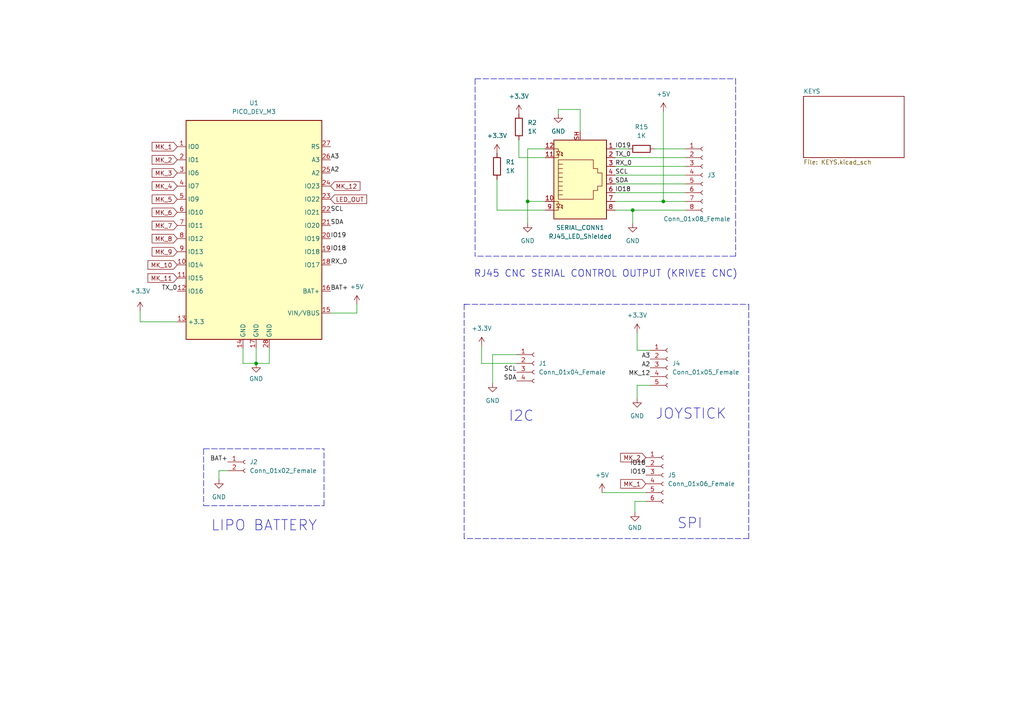
<source format=kicad_sch>
(kicad_sch (version 20211123) (generator eeschema)

  (uuid 1af0dddf-4681-4139-9e99-2286aa895e9d)

  (paper "A4")

  (title_block
    (title "PICO DEV M3 KEYPAD")
    (date "2023-01-25")
    (rev "0.1")
    (company "AHMSVILLE LABS")
  )

  (lib_symbols
    (symbol "Connector:Conn_01x02_Female" (pin_names (offset 1.016) hide) (in_bom yes) (on_board yes)
      (property "Reference" "J" (id 0) (at 0 2.54 0)
        (effects (font (size 1.27 1.27)))
      )
      (property "Value" "Conn_01x02_Female" (id 1) (at 0 -5.08 0)
        (effects (font (size 1.27 1.27)))
      )
      (property "Footprint" "" (id 2) (at 0 0 0)
        (effects (font (size 1.27 1.27)) hide)
      )
      (property "Datasheet" "~" (id 3) (at 0 0 0)
        (effects (font (size 1.27 1.27)) hide)
      )
      (property "ki_keywords" "connector" (id 4) (at 0 0 0)
        (effects (font (size 1.27 1.27)) hide)
      )
      (property "ki_description" "Generic connector, single row, 01x02, script generated (kicad-library-utils/schlib/autogen/connector/)" (id 5) (at 0 0 0)
        (effects (font (size 1.27 1.27)) hide)
      )
      (property "ki_fp_filters" "Connector*:*_1x??_*" (id 6) (at 0 0 0)
        (effects (font (size 1.27 1.27)) hide)
      )
      (symbol "Conn_01x02_Female_1_1"
        (arc (start 0 -2.032) (mid -0.508 -2.54) (end 0 -3.048)
          (stroke (width 0.1524) (type default) (color 0 0 0 0))
          (fill (type none))
        )
        (polyline
          (pts
            (xy -1.27 -2.54)
            (xy -0.508 -2.54)
          )
          (stroke (width 0.1524) (type default) (color 0 0 0 0))
          (fill (type none))
        )
        (polyline
          (pts
            (xy -1.27 0)
            (xy -0.508 0)
          )
          (stroke (width 0.1524) (type default) (color 0 0 0 0))
          (fill (type none))
        )
        (arc (start 0 0.508) (mid -0.508 0) (end 0 -0.508)
          (stroke (width 0.1524) (type default) (color 0 0 0 0))
          (fill (type none))
        )
        (pin passive line (at -5.08 0 0) (length 3.81)
          (name "Pin_1" (effects (font (size 1.27 1.27))))
          (number "1" (effects (font (size 1.27 1.27))))
        )
        (pin passive line (at -5.08 -2.54 0) (length 3.81)
          (name "Pin_2" (effects (font (size 1.27 1.27))))
          (number "2" (effects (font (size 1.27 1.27))))
        )
      )
    )
    (symbol "Connector:Conn_01x04_Female" (pin_names (offset 1.016) hide) (in_bom yes) (on_board yes)
      (property "Reference" "J" (id 0) (at 0 5.08 0)
        (effects (font (size 1.27 1.27)))
      )
      (property "Value" "Conn_01x04_Female" (id 1) (at 0 -7.62 0)
        (effects (font (size 1.27 1.27)))
      )
      (property "Footprint" "" (id 2) (at 0 0 0)
        (effects (font (size 1.27 1.27)) hide)
      )
      (property "Datasheet" "~" (id 3) (at 0 0 0)
        (effects (font (size 1.27 1.27)) hide)
      )
      (property "ki_keywords" "connector" (id 4) (at 0 0 0)
        (effects (font (size 1.27 1.27)) hide)
      )
      (property "ki_description" "Generic connector, single row, 01x04, script generated (kicad-library-utils/schlib/autogen/connector/)" (id 5) (at 0 0 0)
        (effects (font (size 1.27 1.27)) hide)
      )
      (property "ki_fp_filters" "Connector*:*_1x??_*" (id 6) (at 0 0 0)
        (effects (font (size 1.27 1.27)) hide)
      )
      (symbol "Conn_01x04_Female_1_1"
        (arc (start 0 -4.572) (mid -0.508 -5.08) (end 0 -5.588)
          (stroke (width 0.1524) (type default) (color 0 0 0 0))
          (fill (type none))
        )
        (arc (start 0 -2.032) (mid -0.508 -2.54) (end 0 -3.048)
          (stroke (width 0.1524) (type default) (color 0 0 0 0))
          (fill (type none))
        )
        (polyline
          (pts
            (xy -1.27 -5.08)
            (xy -0.508 -5.08)
          )
          (stroke (width 0.1524) (type default) (color 0 0 0 0))
          (fill (type none))
        )
        (polyline
          (pts
            (xy -1.27 -2.54)
            (xy -0.508 -2.54)
          )
          (stroke (width 0.1524) (type default) (color 0 0 0 0))
          (fill (type none))
        )
        (polyline
          (pts
            (xy -1.27 0)
            (xy -0.508 0)
          )
          (stroke (width 0.1524) (type default) (color 0 0 0 0))
          (fill (type none))
        )
        (polyline
          (pts
            (xy -1.27 2.54)
            (xy -0.508 2.54)
          )
          (stroke (width 0.1524) (type default) (color 0 0 0 0))
          (fill (type none))
        )
        (arc (start 0 0.508) (mid -0.508 0) (end 0 -0.508)
          (stroke (width 0.1524) (type default) (color 0 0 0 0))
          (fill (type none))
        )
        (arc (start 0 3.048) (mid -0.508 2.54) (end 0 2.032)
          (stroke (width 0.1524) (type default) (color 0 0 0 0))
          (fill (type none))
        )
        (pin passive line (at -5.08 2.54 0) (length 3.81)
          (name "Pin_1" (effects (font (size 1.27 1.27))))
          (number "1" (effects (font (size 1.27 1.27))))
        )
        (pin passive line (at -5.08 0 0) (length 3.81)
          (name "Pin_2" (effects (font (size 1.27 1.27))))
          (number "2" (effects (font (size 1.27 1.27))))
        )
        (pin passive line (at -5.08 -2.54 0) (length 3.81)
          (name "Pin_3" (effects (font (size 1.27 1.27))))
          (number "3" (effects (font (size 1.27 1.27))))
        )
        (pin passive line (at -5.08 -5.08 0) (length 3.81)
          (name "Pin_4" (effects (font (size 1.27 1.27))))
          (number "4" (effects (font (size 1.27 1.27))))
        )
      )
    )
    (symbol "Connector:Conn_01x05_Female" (pin_names (offset 1.016) hide) (in_bom yes) (on_board yes)
      (property "Reference" "J" (id 0) (at 0 7.62 0)
        (effects (font (size 1.27 1.27)))
      )
      (property "Value" "Conn_01x05_Female" (id 1) (at 0 -7.62 0)
        (effects (font (size 1.27 1.27)))
      )
      (property "Footprint" "" (id 2) (at 0 0 0)
        (effects (font (size 1.27 1.27)) hide)
      )
      (property "Datasheet" "~" (id 3) (at 0 0 0)
        (effects (font (size 1.27 1.27)) hide)
      )
      (property "ki_keywords" "connector" (id 4) (at 0 0 0)
        (effects (font (size 1.27 1.27)) hide)
      )
      (property "ki_description" "Generic connector, single row, 01x05, script generated (kicad-library-utils/schlib/autogen/connector/)" (id 5) (at 0 0 0)
        (effects (font (size 1.27 1.27)) hide)
      )
      (property "ki_fp_filters" "Connector*:*_1x??_*" (id 6) (at 0 0 0)
        (effects (font (size 1.27 1.27)) hide)
      )
      (symbol "Conn_01x05_Female_1_1"
        (arc (start 0 -4.572) (mid -0.508 -5.08) (end 0 -5.588)
          (stroke (width 0.1524) (type default) (color 0 0 0 0))
          (fill (type none))
        )
        (arc (start 0 -2.032) (mid -0.508 -2.54) (end 0 -3.048)
          (stroke (width 0.1524) (type default) (color 0 0 0 0))
          (fill (type none))
        )
        (polyline
          (pts
            (xy -1.27 -5.08)
            (xy -0.508 -5.08)
          )
          (stroke (width 0.1524) (type default) (color 0 0 0 0))
          (fill (type none))
        )
        (polyline
          (pts
            (xy -1.27 -2.54)
            (xy -0.508 -2.54)
          )
          (stroke (width 0.1524) (type default) (color 0 0 0 0))
          (fill (type none))
        )
        (polyline
          (pts
            (xy -1.27 0)
            (xy -0.508 0)
          )
          (stroke (width 0.1524) (type default) (color 0 0 0 0))
          (fill (type none))
        )
        (polyline
          (pts
            (xy -1.27 2.54)
            (xy -0.508 2.54)
          )
          (stroke (width 0.1524) (type default) (color 0 0 0 0))
          (fill (type none))
        )
        (polyline
          (pts
            (xy -1.27 5.08)
            (xy -0.508 5.08)
          )
          (stroke (width 0.1524) (type default) (color 0 0 0 0))
          (fill (type none))
        )
        (arc (start 0 0.508) (mid -0.508 0) (end 0 -0.508)
          (stroke (width 0.1524) (type default) (color 0 0 0 0))
          (fill (type none))
        )
        (arc (start 0 3.048) (mid -0.508 2.54) (end 0 2.032)
          (stroke (width 0.1524) (type default) (color 0 0 0 0))
          (fill (type none))
        )
        (arc (start 0 5.588) (mid -0.508 5.08) (end 0 4.572)
          (stroke (width 0.1524) (type default) (color 0 0 0 0))
          (fill (type none))
        )
        (pin passive line (at -5.08 5.08 0) (length 3.81)
          (name "Pin_1" (effects (font (size 1.27 1.27))))
          (number "1" (effects (font (size 1.27 1.27))))
        )
        (pin passive line (at -5.08 2.54 0) (length 3.81)
          (name "Pin_2" (effects (font (size 1.27 1.27))))
          (number "2" (effects (font (size 1.27 1.27))))
        )
        (pin passive line (at -5.08 0 0) (length 3.81)
          (name "Pin_3" (effects (font (size 1.27 1.27))))
          (number "3" (effects (font (size 1.27 1.27))))
        )
        (pin passive line (at -5.08 -2.54 0) (length 3.81)
          (name "Pin_4" (effects (font (size 1.27 1.27))))
          (number "4" (effects (font (size 1.27 1.27))))
        )
        (pin passive line (at -5.08 -5.08 0) (length 3.81)
          (name "Pin_5" (effects (font (size 1.27 1.27))))
          (number "5" (effects (font (size 1.27 1.27))))
        )
      )
    )
    (symbol "Connector:Conn_01x06_Female" (pin_names (offset 1.016) hide) (in_bom yes) (on_board yes)
      (property "Reference" "J" (id 0) (at 0 7.62 0)
        (effects (font (size 1.27 1.27)))
      )
      (property "Value" "Conn_01x06_Female" (id 1) (at 0 -10.16 0)
        (effects (font (size 1.27 1.27)))
      )
      (property "Footprint" "" (id 2) (at 0 0 0)
        (effects (font (size 1.27 1.27)) hide)
      )
      (property "Datasheet" "~" (id 3) (at 0 0 0)
        (effects (font (size 1.27 1.27)) hide)
      )
      (property "ki_keywords" "connector" (id 4) (at 0 0 0)
        (effects (font (size 1.27 1.27)) hide)
      )
      (property "ki_description" "Generic connector, single row, 01x06, script generated (kicad-library-utils/schlib/autogen/connector/)" (id 5) (at 0 0 0)
        (effects (font (size 1.27 1.27)) hide)
      )
      (property "ki_fp_filters" "Connector*:*_1x??_*" (id 6) (at 0 0 0)
        (effects (font (size 1.27 1.27)) hide)
      )
      (symbol "Conn_01x06_Female_1_1"
        (arc (start 0 -7.112) (mid -0.508 -7.62) (end 0 -8.128)
          (stroke (width 0.1524) (type default) (color 0 0 0 0))
          (fill (type none))
        )
        (arc (start 0 -4.572) (mid -0.508 -5.08) (end 0 -5.588)
          (stroke (width 0.1524) (type default) (color 0 0 0 0))
          (fill (type none))
        )
        (arc (start 0 -2.032) (mid -0.508 -2.54) (end 0 -3.048)
          (stroke (width 0.1524) (type default) (color 0 0 0 0))
          (fill (type none))
        )
        (polyline
          (pts
            (xy -1.27 -7.62)
            (xy -0.508 -7.62)
          )
          (stroke (width 0.1524) (type default) (color 0 0 0 0))
          (fill (type none))
        )
        (polyline
          (pts
            (xy -1.27 -5.08)
            (xy -0.508 -5.08)
          )
          (stroke (width 0.1524) (type default) (color 0 0 0 0))
          (fill (type none))
        )
        (polyline
          (pts
            (xy -1.27 -2.54)
            (xy -0.508 -2.54)
          )
          (stroke (width 0.1524) (type default) (color 0 0 0 0))
          (fill (type none))
        )
        (polyline
          (pts
            (xy -1.27 0)
            (xy -0.508 0)
          )
          (stroke (width 0.1524) (type default) (color 0 0 0 0))
          (fill (type none))
        )
        (polyline
          (pts
            (xy -1.27 2.54)
            (xy -0.508 2.54)
          )
          (stroke (width 0.1524) (type default) (color 0 0 0 0))
          (fill (type none))
        )
        (polyline
          (pts
            (xy -1.27 5.08)
            (xy -0.508 5.08)
          )
          (stroke (width 0.1524) (type default) (color 0 0 0 0))
          (fill (type none))
        )
        (arc (start 0 0.508) (mid -0.508 0) (end 0 -0.508)
          (stroke (width 0.1524) (type default) (color 0 0 0 0))
          (fill (type none))
        )
        (arc (start 0 3.048) (mid -0.508 2.54) (end 0 2.032)
          (stroke (width 0.1524) (type default) (color 0 0 0 0))
          (fill (type none))
        )
        (arc (start 0 5.588) (mid -0.508 5.08) (end 0 4.572)
          (stroke (width 0.1524) (type default) (color 0 0 0 0))
          (fill (type none))
        )
        (pin passive line (at -5.08 5.08 0) (length 3.81)
          (name "Pin_1" (effects (font (size 1.27 1.27))))
          (number "1" (effects (font (size 1.27 1.27))))
        )
        (pin passive line (at -5.08 2.54 0) (length 3.81)
          (name "Pin_2" (effects (font (size 1.27 1.27))))
          (number "2" (effects (font (size 1.27 1.27))))
        )
        (pin passive line (at -5.08 0 0) (length 3.81)
          (name "Pin_3" (effects (font (size 1.27 1.27))))
          (number "3" (effects (font (size 1.27 1.27))))
        )
        (pin passive line (at -5.08 -2.54 0) (length 3.81)
          (name "Pin_4" (effects (font (size 1.27 1.27))))
          (number "4" (effects (font (size 1.27 1.27))))
        )
        (pin passive line (at -5.08 -5.08 0) (length 3.81)
          (name "Pin_5" (effects (font (size 1.27 1.27))))
          (number "5" (effects (font (size 1.27 1.27))))
        )
        (pin passive line (at -5.08 -7.62 0) (length 3.81)
          (name "Pin_6" (effects (font (size 1.27 1.27))))
          (number "6" (effects (font (size 1.27 1.27))))
        )
      )
    )
    (symbol "Connector:Conn_01x08_Female" (pin_names (offset 1.016) hide) (in_bom yes) (on_board yes)
      (property "Reference" "J" (id 0) (at 0 10.16 0)
        (effects (font (size 1.27 1.27)))
      )
      (property "Value" "Conn_01x08_Female" (id 1) (at 0 -12.7 0)
        (effects (font (size 1.27 1.27)))
      )
      (property "Footprint" "" (id 2) (at 0 0 0)
        (effects (font (size 1.27 1.27)) hide)
      )
      (property "Datasheet" "~" (id 3) (at 0 0 0)
        (effects (font (size 1.27 1.27)) hide)
      )
      (property "ki_keywords" "connector" (id 4) (at 0 0 0)
        (effects (font (size 1.27 1.27)) hide)
      )
      (property "ki_description" "Generic connector, single row, 01x08, script generated (kicad-library-utils/schlib/autogen/connector/)" (id 5) (at 0 0 0)
        (effects (font (size 1.27 1.27)) hide)
      )
      (property "ki_fp_filters" "Connector*:*_1x??_*" (id 6) (at 0 0 0)
        (effects (font (size 1.27 1.27)) hide)
      )
      (symbol "Conn_01x08_Female_1_1"
        (arc (start 0 -9.652) (mid -0.508 -10.16) (end 0 -10.668)
          (stroke (width 0.1524) (type default) (color 0 0 0 0))
          (fill (type none))
        )
        (arc (start 0 -7.112) (mid -0.508 -7.62) (end 0 -8.128)
          (stroke (width 0.1524) (type default) (color 0 0 0 0))
          (fill (type none))
        )
        (arc (start 0 -4.572) (mid -0.508 -5.08) (end 0 -5.588)
          (stroke (width 0.1524) (type default) (color 0 0 0 0))
          (fill (type none))
        )
        (arc (start 0 -2.032) (mid -0.508 -2.54) (end 0 -3.048)
          (stroke (width 0.1524) (type default) (color 0 0 0 0))
          (fill (type none))
        )
        (polyline
          (pts
            (xy -1.27 -10.16)
            (xy -0.508 -10.16)
          )
          (stroke (width 0.1524) (type default) (color 0 0 0 0))
          (fill (type none))
        )
        (polyline
          (pts
            (xy -1.27 -7.62)
            (xy -0.508 -7.62)
          )
          (stroke (width 0.1524) (type default) (color 0 0 0 0))
          (fill (type none))
        )
        (polyline
          (pts
            (xy -1.27 -5.08)
            (xy -0.508 -5.08)
          )
          (stroke (width 0.1524) (type default) (color 0 0 0 0))
          (fill (type none))
        )
        (polyline
          (pts
            (xy -1.27 -2.54)
            (xy -0.508 -2.54)
          )
          (stroke (width 0.1524) (type default) (color 0 0 0 0))
          (fill (type none))
        )
        (polyline
          (pts
            (xy -1.27 0)
            (xy -0.508 0)
          )
          (stroke (width 0.1524) (type default) (color 0 0 0 0))
          (fill (type none))
        )
        (polyline
          (pts
            (xy -1.27 2.54)
            (xy -0.508 2.54)
          )
          (stroke (width 0.1524) (type default) (color 0 0 0 0))
          (fill (type none))
        )
        (polyline
          (pts
            (xy -1.27 5.08)
            (xy -0.508 5.08)
          )
          (stroke (width 0.1524) (type default) (color 0 0 0 0))
          (fill (type none))
        )
        (polyline
          (pts
            (xy -1.27 7.62)
            (xy -0.508 7.62)
          )
          (stroke (width 0.1524) (type default) (color 0 0 0 0))
          (fill (type none))
        )
        (arc (start 0 0.508) (mid -0.508 0) (end 0 -0.508)
          (stroke (width 0.1524) (type default) (color 0 0 0 0))
          (fill (type none))
        )
        (arc (start 0 3.048) (mid -0.508 2.54) (end 0 2.032)
          (stroke (width 0.1524) (type default) (color 0 0 0 0))
          (fill (type none))
        )
        (arc (start 0 5.588) (mid -0.508 5.08) (end 0 4.572)
          (stroke (width 0.1524) (type default) (color 0 0 0 0))
          (fill (type none))
        )
        (arc (start 0 8.128) (mid -0.508 7.62) (end 0 7.112)
          (stroke (width 0.1524) (type default) (color 0 0 0 0))
          (fill (type none))
        )
        (pin passive line (at -5.08 7.62 0) (length 3.81)
          (name "Pin_1" (effects (font (size 1.27 1.27))))
          (number "1" (effects (font (size 1.27 1.27))))
        )
        (pin passive line (at -5.08 5.08 0) (length 3.81)
          (name "Pin_2" (effects (font (size 1.27 1.27))))
          (number "2" (effects (font (size 1.27 1.27))))
        )
        (pin passive line (at -5.08 2.54 0) (length 3.81)
          (name "Pin_3" (effects (font (size 1.27 1.27))))
          (number "3" (effects (font (size 1.27 1.27))))
        )
        (pin passive line (at -5.08 0 0) (length 3.81)
          (name "Pin_4" (effects (font (size 1.27 1.27))))
          (number "4" (effects (font (size 1.27 1.27))))
        )
        (pin passive line (at -5.08 -2.54 0) (length 3.81)
          (name "Pin_5" (effects (font (size 1.27 1.27))))
          (number "5" (effects (font (size 1.27 1.27))))
        )
        (pin passive line (at -5.08 -5.08 0) (length 3.81)
          (name "Pin_6" (effects (font (size 1.27 1.27))))
          (number "6" (effects (font (size 1.27 1.27))))
        )
        (pin passive line (at -5.08 -7.62 0) (length 3.81)
          (name "Pin_7" (effects (font (size 1.27 1.27))))
          (number "7" (effects (font (size 1.27 1.27))))
        )
        (pin passive line (at -5.08 -10.16 0) (length 3.81)
          (name "Pin_8" (effects (font (size 1.27 1.27))))
          (number "8" (effects (font (size 1.27 1.27))))
        )
      )
    )
    (symbol "Connector:RJ45_LED_Shielded" (pin_names (offset 1.016)) (in_bom yes) (on_board yes)
      (property "Reference" "J" (id 0) (at -5.08 13.97 0)
        (effects (font (size 1.27 1.27)) (justify right))
      )
      (property "Value" "RJ45_LED_Shielded" (id 1) (at 1.27 13.97 0)
        (effects (font (size 1.27 1.27)) (justify left))
      )
      (property "Footprint" "" (id 2) (at 0 0.635 90)
        (effects (font (size 1.27 1.27)) hide)
      )
      (property "Datasheet" "~" (id 3) (at 0 0.635 90)
        (effects (font (size 1.27 1.27)) hide)
      )
      (property "ki_keywords" "8P8C RJ female connector led" (id 4) (at 0 0 0)
        (effects (font (size 1.27 1.27)) hide)
      )
      (property "ki_description" "RJ connector, 8P8C (8 positions 8 connected), two LEDs, Shielded" (id 5) (at 0 0 0)
        (effects (font (size 1.27 1.27)) hide)
      )
      (property "ki_fp_filters" "8P8C* RJ45*" (id 6) (at 0 0 0)
        (effects (font (size 1.27 1.27)) hide)
      )
      (symbol "RJ45_LED_Shielded_0_1"
        (polyline
          (pts
            (xy -7.62 -7.62)
            (xy -6.35 -7.62)
          )
          (stroke (width 0) (type default) (color 0 0 0 0))
          (fill (type none))
        )
        (polyline
          (pts
            (xy -7.62 -5.08)
            (xy -6.35 -5.08)
          )
          (stroke (width 0) (type default) (color 0 0 0 0))
          (fill (type none))
        )
        (polyline
          (pts
            (xy -7.62 7.62)
            (xy -6.35 7.62)
          )
          (stroke (width 0) (type default) (color 0 0 0 0))
          (fill (type none))
        )
        (polyline
          (pts
            (xy -7.62 10.16)
            (xy -6.35 10.16)
          )
          (stroke (width 0) (type default) (color 0 0 0 0))
          (fill (type none))
        )
        (polyline
          (pts
            (xy -6.858 -5.842)
            (xy -5.842 -5.842)
          )
          (stroke (width 0) (type default) (color 0 0 0 0))
          (fill (type none))
        )
        (polyline
          (pts
            (xy -6.858 9.398)
            (xy -5.842 9.398)
          )
          (stroke (width 0) (type default) (color 0 0 0 0))
          (fill (type none))
        )
        (polyline
          (pts
            (xy -6.35 -7.62)
            (xy -6.35 -6.858)
          )
          (stroke (width 0) (type default) (color 0 0 0 0))
          (fill (type none))
        )
        (polyline
          (pts
            (xy -6.35 -5.08)
            (xy -6.35 -5.842)
          )
          (stroke (width 0) (type default) (color 0 0 0 0))
          (fill (type none))
        )
        (polyline
          (pts
            (xy -6.35 7.62)
            (xy -6.35 8.382)
          )
          (stroke (width 0) (type default) (color 0 0 0 0))
          (fill (type none))
        )
        (polyline
          (pts
            (xy -6.35 10.16)
            (xy -6.35 9.398)
          )
          (stroke (width 0) (type default) (color 0 0 0 0))
          (fill (type none))
        )
        (polyline
          (pts
            (xy -5.08 -6.223)
            (xy -5.207 -6.604)
          )
          (stroke (width 0) (type default) (color 0 0 0 0))
          (fill (type none))
        )
        (polyline
          (pts
            (xy -5.08 -5.588)
            (xy -5.207 -5.969)
          )
          (stroke (width 0) (type default) (color 0 0 0 0))
          (fill (type none))
        )
        (polyline
          (pts
            (xy -5.08 4.445)
            (xy -6.35 4.445)
          )
          (stroke (width 0) (type default) (color 0 0 0 0))
          (fill (type none))
        )
        (polyline
          (pts
            (xy -5.08 5.715)
            (xy -6.35 5.715)
          )
          (stroke (width 0) (type default) (color 0 0 0 0))
          (fill (type none))
        )
        (polyline
          (pts
            (xy -5.08 9.017)
            (xy -5.207 8.636)
          )
          (stroke (width 0) (type default) (color 0 0 0 0))
          (fill (type none))
        )
        (polyline
          (pts
            (xy -5.08 9.652)
            (xy -5.207 9.271)
          )
          (stroke (width 0) (type default) (color 0 0 0 0))
          (fill (type none))
        )
        (polyline
          (pts
            (xy -6.35 -3.175)
            (xy -5.08 -3.175)
            (xy -5.08 -3.175)
          )
          (stroke (width 0) (type default) (color 0 0 0 0))
          (fill (type none))
        )
        (polyline
          (pts
            (xy -6.35 -1.905)
            (xy -5.08 -1.905)
            (xy -5.08 -1.905)
          )
          (stroke (width 0) (type default) (color 0 0 0 0))
          (fill (type none))
        )
        (polyline
          (pts
            (xy -6.35 -0.635)
            (xy -5.08 -0.635)
            (xy -5.08 -0.635)
          )
          (stroke (width 0) (type default) (color 0 0 0 0))
          (fill (type none))
        )
        (polyline
          (pts
            (xy -6.35 0.635)
            (xy -5.08 0.635)
            (xy -5.08 0.635)
          )
          (stroke (width 0) (type default) (color 0 0 0 0))
          (fill (type none))
        )
        (polyline
          (pts
            (xy -6.35 1.905)
            (xy -5.08 1.905)
            (xy -5.08 1.905)
          )
          (stroke (width 0) (type default) (color 0 0 0 0))
          (fill (type none))
        )
        (polyline
          (pts
            (xy -5.588 -6.731)
            (xy -5.08 -6.223)
            (xy -5.461 -6.35)
          )
          (stroke (width 0) (type default) (color 0 0 0 0))
          (fill (type none))
        )
        (polyline
          (pts
            (xy -5.588 -6.096)
            (xy -5.08 -5.588)
            (xy -5.461 -5.715)
          )
          (stroke (width 0) (type default) (color 0 0 0 0))
          (fill (type none))
        )
        (polyline
          (pts
            (xy -5.588 8.509)
            (xy -5.08 9.017)
            (xy -5.461 8.89)
          )
          (stroke (width 0) (type default) (color 0 0 0 0))
          (fill (type none))
        )
        (polyline
          (pts
            (xy -5.588 9.144)
            (xy -5.08 9.652)
            (xy -5.461 9.525)
          )
          (stroke (width 0) (type default) (color 0 0 0 0))
          (fill (type none))
        )
        (polyline
          (pts
            (xy -5.08 3.175)
            (xy -6.35 3.175)
            (xy -6.35 3.175)
          )
          (stroke (width 0) (type default) (color 0 0 0 0))
          (fill (type none))
        )
        (polyline
          (pts
            (xy -6.35 -5.842)
            (xy -6.858 -6.858)
            (xy -5.842 -6.858)
            (xy -6.35 -5.842)
          )
          (stroke (width 0) (type default) (color 0 0 0 0))
          (fill (type none))
        )
        (polyline
          (pts
            (xy -6.35 9.398)
            (xy -6.858 8.382)
            (xy -5.842 8.382)
            (xy -6.35 9.398)
          )
          (stroke (width 0) (type default) (color 0 0 0 0))
          (fill (type none))
        )
        (polyline
          (pts
            (xy -6.35 -4.445)
            (xy -6.35 6.985)
            (xy 3.81 6.985)
            (xy 3.81 4.445)
            (xy 5.08 4.445)
            (xy 5.08 3.175)
            (xy 6.35 3.175)
            (xy 6.35 -0.635)
            (xy 5.08 -0.635)
            (xy 5.08 -1.905)
            (xy 3.81 -1.905)
            (xy 3.81 -4.445)
            (xy -6.35 -4.445)
            (xy -6.35 -4.445)
          )
          (stroke (width 0) (type default) (color 0 0 0 0))
          (fill (type none))
        )
        (rectangle (start 7.62 12.7) (end -7.62 -10.16)
          (stroke (width 0.254) (type default) (color 0 0 0 0))
          (fill (type background))
        )
      )
      (symbol "RJ45_LED_Shielded_1_1"
        (pin passive line (at 10.16 -7.62 180) (length 2.54)
          (name "~" (effects (font (size 1.27 1.27))))
          (number "1" (effects (font (size 1.27 1.27))))
        )
        (pin passive line (at -10.16 7.62 0) (length 2.54)
          (name "~" (effects (font (size 1.27 1.27))))
          (number "10" (effects (font (size 1.27 1.27))))
        )
        (pin passive line (at -10.16 -5.08 0) (length 2.54)
          (name "~" (effects (font (size 1.27 1.27))))
          (number "11" (effects (font (size 1.27 1.27))))
        )
        (pin passive line (at -10.16 -7.62 0) (length 2.54)
          (name "~" (effects (font (size 1.27 1.27))))
          (number "12" (effects (font (size 1.27 1.27))))
        )
        (pin passive line (at 10.16 -5.08 180) (length 2.54)
          (name "~" (effects (font (size 1.27 1.27))))
          (number "2" (effects (font (size 1.27 1.27))))
        )
        (pin passive line (at 10.16 -2.54 180) (length 2.54)
          (name "~" (effects (font (size 1.27 1.27))))
          (number "3" (effects (font (size 1.27 1.27))))
        )
        (pin passive line (at 10.16 0 180) (length 2.54)
          (name "~" (effects (font (size 1.27 1.27))))
          (number "4" (effects (font (size 1.27 1.27))))
        )
        (pin passive line (at 10.16 2.54 180) (length 2.54)
          (name "~" (effects (font (size 1.27 1.27))))
          (number "5" (effects (font (size 1.27 1.27))))
        )
        (pin passive line (at 10.16 5.08 180) (length 2.54)
          (name "~" (effects (font (size 1.27 1.27))))
          (number "6" (effects (font (size 1.27 1.27))))
        )
        (pin passive line (at 10.16 7.62 180) (length 2.54)
          (name "~" (effects (font (size 1.27 1.27))))
          (number "7" (effects (font (size 1.27 1.27))))
        )
        (pin passive line (at 10.16 10.16 180) (length 2.54)
          (name "~" (effects (font (size 1.27 1.27))))
          (number "8" (effects (font (size 1.27 1.27))))
        )
        (pin passive line (at -10.16 10.16 0) (length 2.54)
          (name "~" (effects (font (size 1.27 1.27))))
          (number "9" (effects (font (size 1.27 1.27))))
        )
        (pin passive line (at 0 -12.7 90) (length 2.54)
          (name "~" (effects (font (size 1.27 1.27))))
          (number "SH" (effects (font (size 1.27 1.27))))
        )
      )
    )
    (symbol "Device:R" (pin_numbers hide) (pin_names (offset 0)) (in_bom yes) (on_board yes)
      (property "Reference" "R" (id 0) (at 2.032 0 90)
        (effects (font (size 1.27 1.27)))
      )
      (property "Value" "R" (id 1) (at 0 0 90)
        (effects (font (size 1.27 1.27)))
      )
      (property "Footprint" "" (id 2) (at -1.778 0 90)
        (effects (font (size 1.27 1.27)) hide)
      )
      (property "Datasheet" "~" (id 3) (at 0 0 0)
        (effects (font (size 1.27 1.27)) hide)
      )
      (property "ki_keywords" "R res resistor" (id 4) (at 0 0 0)
        (effects (font (size 1.27 1.27)) hide)
      )
      (property "ki_description" "Resistor" (id 5) (at 0 0 0)
        (effects (font (size 1.27 1.27)) hide)
      )
      (property "ki_fp_filters" "R_*" (id 6) (at 0 0 0)
        (effects (font (size 1.27 1.27)) hide)
      )
      (symbol "R_0_1"
        (rectangle (start -1.016 -2.54) (end 1.016 2.54)
          (stroke (width 0.254) (type default) (color 0 0 0 0))
          (fill (type none))
        )
      )
      (symbol "R_1_1"
        (pin passive line (at 0 3.81 270) (length 1.27)
          (name "~" (effects (font (size 1.27 1.27))))
          (number "1" (effects (font (size 1.27 1.27))))
        )
        (pin passive line (at 0 -3.81 90) (length 1.27)
          (name "~" (effects (font (size 1.27 1.27))))
          (number "2" (effects (font (size 1.27 1.27))))
        )
      )
    )
    (symbol "MY CUSTOM LIBRARY:PICO_DEV_M3" (in_bom yes) (on_board yes)
      (property "Reference" "U" (id 0) (at 2.54 0 0)
        (effects (font (size 1.27 1.27)))
      )
      (property "Value" "PICO_DEV_M3" (id 1) (at 2.54 2.54 0)
        (effects (font (size 1.27 1.27)))
      )
      (property "Footprint" "" (id 2) (at 0 0 0)
        (effects (font (size 1.27 1.27)) hide)
      )
      (property "Datasheet" "" (id 3) (at 0 0 0)
        (effects (font (size 1.27 1.27)) hide)
      )
      (symbol "PICO_DEV_M3_0_1"
        (rectangle (start -17.78 40.64) (end 21.59 -22.86)
          (stroke (width 0.254) (type default) (color 0 0 0 0))
          (fill (type background))
        )
      )
      (symbol "PICO_DEV_M3_1_1"
        (pin bidirectional line (at -20.32 33.02 0) (length 2.54)
          (name "IO0" (effects (font (size 1.27 1.27))))
          (number "1" (effects (font (size 1.27 1.27))))
        )
        (pin bidirectional line (at -20.32 -1.27 0) (length 2.54)
          (name "IO14" (effects (font (size 1.27 1.27))))
          (number "10" (effects (font (size 1.27 1.27))))
        )
        (pin bidirectional line (at -20.32 -5.08 0) (length 2.54)
          (name "IO15" (effects (font (size 1.27 1.27))))
          (number "11" (effects (font (size 1.27 1.27))))
        )
        (pin bidirectional line (at -20.32 -8.89 0) (length 2.54)
          (name "IO16" (effects (font (size 1.27 1.27))))
          (number "12" (effects (font (size 1.27 1.27))))
        )
        (pin power_out line (at -20.32 -17.78 0) (length 2.54)
          (name "+3.3" (effects (font (size 1.27 1.27))))
          (number "13" (effects (font (size 1.27 1.27))))
        )
        (pin power_in line (at -1.27 -25.4 90) (length 2.54)
          (name "GND" (effects (font (size 1.27 1.27))))
          (number "14" (effects (font (size 1.27 1.27))))
        )
        (pin power_in line (at 24.13 -15.24 180) (length 2.54)
          (name "VIN/VBUS" (effects (font (size 1.27 1.27))))
          (number "15" (effects (font (size 1.27 1.27))))
        )
        (pin power_in line (at 24.13 -8.89 180) (length 2.54)
          (name "BAT+" (effects (font (size 1.27 1.27))))
          (number "16" (effects (font (size 1.27 1.27))))
        )
        (pin power_in line (at 2.54 -25.4 90) (length 2.54)
          (name "GND" (effects (font (size 1.27 1.27))))
          (number "17" (effects (font (size 1.27 1.27))))
        )
        (pin bidirectional line (at 24.13 -1.27 180) (length 2.54)
          (name "IO17" (effects (font (size 1.27 1.27))))
          (number "18" (effects (font (size 1.27 1.27))))
        )
        (pin bidirectional line (at 24.13 2.54 180) (length 2.54)
          (name "IO18" (effects (font (size 1.27 1.27))))
          (number "19" (effects (font (size 1.27 1.27))))
        )
        (pin bidirectional line (at -20.32 29.21 0) (length 2.54)
          (name "IO1" (effects (font (size 1.27 1.27))))
          (number "2" (effects (font (size 1.27 1.27))))
        )
        (pin bidirectional line (at 24.13 6.35 180) (length 2.54)
          (name "IO19" (effects (font (size 1.27 1.27))))
          (number "20" (effects (font (size 1.27 1.27))))
        )
        (pin bidirectional line (at 24.13 10.16 180) (length 2.54)
          (name "IO20" (effects (font (size 1.27 1.27))))
          (number "21" (effects (font (size 1.27 1.27))))
        )
        (pin bidirectional line (at 24.13 13.97 180) (length 2.54)
          (name "IO21" (effects (font (size 1.27 1.27))))
          (number "22" (effects (font (size 1.27 1.27))))
        )
        (pin bidirectional line (at 24.13 17.78 180) (length 2.54)
          (name "IO22" (effects (font (size 1.27 1.27))))
          (number "23" (effects (font (size 1.27 1.27))))
        )
        (pin bidirectional line (at 24.13 21.59 180) (length 2.54)
          (name "IO23" (effects (font (size 1.27 1.27))))
          (number "24" (effects (font (size 1.27 1.27))))
        )
        (pin input line (at 24.13 25.4 180) (length 2.54)
          (name "A2" (effects (font (size 1.27 1.27))))
          (number "25" (effects (font (size 1.27 1.27))))
        )
        (pin input line (at 24.13 29.21 180) (length 2.54)
          (name "A3" (effects (font (size 1.27 1.27))))
          (number "26" (effects (font (size 1.27 1.27))))
        )
        (pin input line (at 24.13 33.02 180) (length 2.54)
          (name "RS" (effects (font (size 1.27 1.27))))
          (number "27" (effects (font (size 1.27 1.27))))
        )
        (pin power_in line (at 6.35 -25.4 90) (length 2.54)
          (name "GND" (effects (font (size 1.27 1.27))))
          (number "28" (effects (font (size 1.27 1.27))))
        )
        (pin bidirectional line (at -20.32 25.4 0) (length 2.54)
          (name "IO6" (effects (font (size 1.27 1.27))))
          (number "3" (effects (font (size 1.27 1.27))))
        )
        (pin bidirectional line (at -20.32 21.59 0) (length 2.54)
          (name "IO7" (effects (font (size 1.27 1.27))))
          (number "4" (effects (font (size 1.27 1.27))))
        )
        (pin bidirectional line (at -20.32 17.78 0) (length 2.54)
          (name "IO9" (effects (font (size 1.27 1.27))))
          (number "5" (effects (font (size 1.27 1.27))))
        )
        (pin bidirectional line (at -20.32 13.97 0) (length 2.54)
          (name "IO10" (effects (font (size 1.27 1.27))))
          (number "6" (effects (font (size 1.27 1.27))))
        )
        (pin bidirectional line (at -20.32 10.16 0) (length 2.54)
          (name "IO11" (effects (font (size 1.27 1.27))))
          (number "7" (effects (font (size 1.27 1.27))))
        )
        (pin bidirectional line (at -20.32 6.35 0) (length 2.54)
          (name "IO12" (effects (font (size 1.27 1.27))))
          (number "8" (effects (font (size 1.27 1.27))))
        )
        (pin bidirectional line (at -20.32 2.54 0) (length 2.54)
          (name "IO13" (effects (font (size 1.27 1.27))))
          (number "9" (effects (font (size 1.27 1.27))))
        )
      )
    )
    (symbol "power:+3.3V" (power) (pin_names (offset 0)) (in_bom yes) (on_board yes)
      (property "Reference" "#PWR" (id 0) (at 0 -3.81 0)
        (effects (font (size 1.27 1.27)) hide)
      )
      (property "Value" "+3.3V" (id 1) (at 0 3.556 0)
        (effects (font (size 1.27 1.27)))
      )
      (property "Footprint" "" (id 2) (at 0 0 0)
        (effects (font (size 1.27 1.27)) hide)
      )
      (property "Datasheet" "" (id 3) (at 0 0 0)
        (effects (font (size 1.27 1.27)) hide)
      )
      (property "ki_keywords" "power-flag" (id 4) (at 0 0 0)
        (effects (font (size 1.27 1.27)) hide)
      )
      (property "ki_description" "Power symbol creates a global label with name \"+3.3V\"" (id 5) (at 0 0 0)
        (effects (font (size 1.27 1.27)) hide)
      )
      (symbol "+3.3V_0_1"
        (polyline
          (pts
            (xy -0.762 1.27)
            (xy 0 2.54)
          )
          (stroke (width 0) (type default) (color 0 0 0 0))
          (fill (type none))
        )
        (polyline
          (pts
            (xy 0 0)
            (xy 0 2.54)
          )
          (stroke (width 0) (type default) (color 0 0 0 0))
          (fill (type none))
        )
        (polyline
          (pts
            (xy 0 2.54)
            (xy 0.762 1.27)
          )
          (stroke (width 0) (type default) (color 0 0 0 0))
          (fill (type none))
        )
      )
      (symbol "+3.3V_1_1"
        (pin power_in line (at 0 0 90) (length 0) hide
          (name "+3.3V" (effects (font (size 1.27 1.27))))
          (number "1" (effects (font (size 1.27 1.27))))
        )
      )
    )
    (symbol "power:+5V" (power) (pin_names (offset 0)) (in_bom yes) (on_board yes)
      (property "Reference" "#PWR" (id 0) (at 0 -3.81 0)
        (effects (font (size 1.27 1.27)) hide)
      )
      (property "Value" "+5V" (id 1) (at 0 3.556 0)
        (effects (font (size 1.27 1.27)))
      )
      (property "Footprint" "" (id 2) (at 0 0 0)
        (effects (font (size 1.27 1.27)) hide)
      )
      (property "Datasheet" "" (id 3) (at 0 0 0)
        (effects (font (size 1.27 1.27)) hide)
      )
      (property "ki_keywords" "power-flag" (id 4) (at 0 0 0)
        (effects (font (size 1.27 1.27)) hide)
      )
      (property "ki_description" "Power symbol creates a global label with name \"+5V\"" (id 5) (at 0 0 0)
        (effects (font (size 1.27 1.27)) hide)
      )
      (symbol "+5V_0_1"
        (polyline
          (pts
            (xy -0.762 1.27)
            (xy 0 2.54)
          )
          (stroke (width 0) (type default) (color 0 0 0 0))
          (fill (type none))
        )
        (polyline
          (pts
            (xy 0 0)
            (xy 0 2.54)
          )
          (stroke (width 0) (type default) (color 0 0 0 0))
          (fill (type none))
        )
        (polyline
          (pts
            (xy 0 2.54)
            (xy 0.762 1.27)
          )
          (stroke (width 0) (type default) (color 0 0 0 0))
          (fill (type none))
        )
      )
      (symbol "+5V_1_1"
        (pin power_in line (at 0 0 90) (length 0) hide
          (name "+5V" (effects (font (size 1.27 1.27))))
          (number "1" (effects (font (size 1.27 1.27))))
        )
      )
    )
    (symbol "power:GND" (power) (pin_names (offset 0)) (in_bom yes) (on_board yes)
      (property "Reference" "#PWR" (id 0) (at 0 -6.35 0)
        (effects (font (size 1.27 1.27)) hide)
      )
      (property "Value" "GND" (id 1) (at 0 -3.81 0)
        (effects (font (size 1.27 1.27)))
      )
      (property "Footprint" "" (id 2) (at 0 0 0)
        (effects (font (size 1.27 1.27)) hide)
      )
      (property "Datasheet" "" (id 3) (at 0 0 0)
        (effects (font (size 1.27 1.27)) hide)
      )
      (property "ki_keywords" "power-flag" (id 4) (at 0 0 0)
        (effects (font (size 1.27 1.27)) hide)
      )
      (property "ki_description" "Power symbol creates a global label with name \"GND\" , ground" (id 5) (at 0 0 0)
        (effects (font (size 1.27 1.27)) hide)
      )
      (symbol "GND_0_1"
        (polyline
          (pts
            (xy 0 0)
            (xy 0 -1.27)
            (xy 1.27 -1.27)
            (xy 0 -2.54)
            (xy -1.27 -1.27)
            (xy 0 -1.27)
          )
          (stroke (width 0) (type default) (color 0 0 0 0))
          (fill (type none))
        )
      )
      (symbol "GND_1_1"
        (pin power_in line (at 0 0 270) (length 0) hide
          (name "GND" (effects (font (size 1.27 1.27))))
          (number "1" (effects (font (size 1.27 1.27))))
        )
      )
    )
  )

  (junction (at 74.295 105.41) (diameter 0) (color 0 0 0 0)
    (uuid 1e4dbdfa-e389-47f3-8152-a38a6fbcb5ec)
  )
  (junction (at 153.035 58.42) (diameter 0) (color 0 0 0 0)
    (uuid 9df388ff-f246-4b99-a338-e36d27c613ec)
  )
  (junction (at 183.515 60.96) (diameter 0) (color 0 0 0 0)
    (uuid e29d3e8e-edb1-4ffc-8a7d-518dc1d48535)
  )
  (junction (at 192.405 58.42) (diameter 0) (color 0 0 0 0)
    (uuid f9ca61fe-e4bd-4ca8-9867-1d67bf1acd04)
  )

  (wire (pts (xy 150.495 45.72) (xy 158.115 45.72))
    (stroke (width 0) (type default) (color 0 0 0 0))
    (uuid 04beb770-7986-4810-a916-c307f10835bd)
  )
  (wire (pts (xy 153.035 58.42) (xy 158.115 58.42))
    (stroke (width 0) (type default) (color 0 0 0 0))
    (uuid 07b489ad-d717-426c-8300-ed8a878a1bbc)
  )
  (wire (pts (xy 188.595 111.76) (xy 184.785 111.76))
    (stroke (width 0) (type default) (color 0 0 0 0))
    (uuid 0ac43168-a48c-4228-831a-9feb0baa4aca)
  )
  (polyline (pts (xy 217.17 88.265) (xy 217.17 156.21))
    (stroke (width 0) (type default) (color 0 0 0 0))
    (uuid 17fe40b6-fc34-42c4-b5bc-41e5551ea391)
  )

  (wire (pts (xy 178.435 48.26) (xy 198.755 48.26))
    (stroke (width 0) (type default) (color 0 0 0 0))
    (uuid 184812d2-1e33-41fc-8eb3-e18bddc0d709)
  )
  (wire (pts (xy 184.785 101.6) (xy 184.785 96.52))
    (stroke (width 0) (type default) (color 0 0 0 0))
    (uuid 38529a59-56ad-46fa-8354-b908dfeb3af5)
  )
  (wire (pts (xy 178.435 55.88) (xy 198.755 55.88))
    (stroke (width 0) (type default) (color 0 0 0 0))
    (uuid 3dc8e5d4-07b2-4af3-b179-3bc3438195a9)
  )
  (polyline (pts (xy 134.62 88.265) (xy 217.17 88.265))
    (stroke (width 0) (type default) (color 0 0 0 0))
    (uuid 3e1c7f94-3f36-4c3c-af18-a8e3eba7dc0b)
  )

  (wire (pts (xy 178.435 58.42) (xy 192.405 58.42))
    (stroke (width 0) (type default) (color 0 0 0 0))
    (uuid 40985eb7-1e56-452a-884d-4fdd18ff71bc)
  )
  (wire (pts (xy 168.275 31.75) (xy 161.925 31.75))
    (stroke (width 0) (type default) (color 0 0 0 0))
    (uuid 40bbde4f-c8ed-453c-a380-aff7aeb39f7b)
  )
  (polyline (pts (xy 134.62 88.265) (xy 135.255 88.265))
    (stroke (width 0) (type default) (color 0 0 0 0))
    (uuid 429b55c5-6d75-44c4-8a1c-a46e776ea0d1)
  )

  (wire (pts (xy 103.505 88.265) (xy 103.505 90.805))
    (stroke (width 0) (type default) (color 0 0 0 0))
    (uuid 46429424-c351-486e-bb8f-3f703ad3d9e9)
  )
  (wire (pts (xy 178.435 53.34) (xy 198.755 53.34))
    (stroke (width 0) (type default) (color 0 0 0 0))
    (uuid 4daf3405-8e38-45b3-9ed8-dcde14dabaa0)
  )
  (wire (pts (xy 192.405 58.42) (xy 198.755 58.42))
    (stroke (width 0) (type default) (color 0 0 0 0))
    (uuid 51375839-3959-4a4c-bb4e-b14a18ffb79d)
  )
  (wire (pts (xy 40.64 90.17) (xy 40.64 93.345))
    (stroke (width 0) (type default) (color 0 0 0 0))
    (uuid 531706d7-4a4a-4b43-a2e4-fb7216204059)
  )
  (wire (pts (xy 178.435 43.18) (xy 182.245 43.18))
    (stroke (width 0) (type default) (color 0 0 0 0))
    (uuid 5a75e864-0ba4-4889-8ab6-d27b14dd4b34)
  )
  (wire (pts (xy 153.035 58.42) (xy 153.035 64.77))
    (stroke (width 0) (type default) (color 0 0 0 0))
    (uuid 5a80a51e-b68b-432a-b97f-b993f4f35cd3)
  )
  (wire (pts (xy 78.105 105.41) (xy 74.295 105.41))
    (stroke (width 0) (type default) (color 0 0 0 0))
    (uuid 5c848687-715f-48f8-9803-94e0fe3568e7)
  )
  (wire (pts (xy 70.485 100.965) (xy 70.485 105.41))
    (stroke (width 0) (type default) (color 0 0 0 0))
    (uuid 5f89311b-ac79-497e-ac0e-d4a5a1dd2695)
  )
  (wire (pts (xy 184.15 145.415) (xy 184.15 148.59))
    (stroke (width 0) (type default) (color 0 0 0 0))
    (uuid 67ec05df-d992-460f-810d-a6c53df4f7f5)
  )
  (wire (pts (xy 192.405 32.385) (xy 192.405 58.42))
    (stroke (width 0) (type default) (color 0 0 0 0))
    (uuid 682eae42-e116-4ffc-b8fe-48929624240f)
  )
  (wire (pts (xy 187.325 145.415) (xy 184.15 145.415))
    (stroke (width 0) (type default) (color 0 0 0 0))
    (uuid 6e220c0e-6a78-4798-9459-dc3ddae5933d)
  )
  (wire (pts (xy 139.7 100.33) (xy 139.7 105.41))
    (stroke (width 0) (type default) (color 0 0 0 0))
    (uuid 6e5a3da1-7ee4-47e9-b686-344ad2384dfc)
  )
  (wire (pts (xy 40.64 93.345) (xy 51.435 93.345))
    (stroke (width 0) (type default) (color 0 0 0 0))
    (uuid 722e9cdc-ffb3-4876-8851-5ff8ce9d59cb)
  )
  (polyline (pts (xy 59.055 130.175) (xy 59.055 146.685))
    (stroke (width 0) (type default) (color 0 0 0 0))
    (uuid 7c36dfe5-811e-4063-9443-285fd50e063b)
  )

  (wire (pts (xy 178.435 50.8) (xy 198.755 50.8))
    (stroke (width 0) (type default) (color 0 0 0 0))
    (uuid 8cf8b8e8-6e37-4a22-9cf9-09e0119ae804)
  )
  (wire (pts (xy 184.785 111.76) (xy 184.785 115.57))
    (stroke (width 0) (type default) (color 0 0 0 0))
    (uuid 8e494928-a507-4bbb-bc20-d974d91747dd)
  )
  (wire (pts (xy 189.865 43.18) (xy 198.755 43.18))
    (stroke (width 0) (type default) (color 0 0 0 0))
    (uuid 914549af-3034-4966-b055-0977e19b230f)
  )
  (wire (pts (xy 153.035 43.18) (xy 153.035 58.42))
    (stroke (width 0) (type default) (color 0 0 0 0))
    (uuid 9e2ebea1-94b1-4f30-9f2e-4acb08299c36)
  )
  (polyline (pts (xy 213.36 22.86) (xy 213.36 74.295))
    (stroke (width 0) (type default) (color 0 0 0 0))
    (uuid 9f7d7c90-6968-4ca7-bdae-a43d416f50af)
  )

  (wire (pts (xy 74.295 100.965) (xy 74.295 105.41))
    (stroke (width 0) (type default) (color 0 0 0 0))
    (uuid a001c8d8-b110-403d-8eed-eb1466b9a14d)
  )
  (wire (pts (xy 158.115 43.18) (xy 153.035 43.18))
    (stroke (width 0) (type default) (color 0 0 0 0))
    (uuid a05ee497-187e-4f36-88d1-fe3c0c51b5fc)
  )
  (polyline (pts (xy 217.17 156.21) (xy 134.62 156.21))
    (stroke (width 0) (type default) (color 0 0 0 0))
    (uuid a10c7df0-3e7f-4101-92f9-fe91fc64b185)
  )
  (polyline (pts (xy 213.36 74.295) (xy 137.795 74.295))
    (stroke (width 0) (type default) (color 0 0 0 0))
    (uuid a14ec1a8-9f1a-4cd0-beb6-f8293a93dec8)
  )

  (wire (pts (xy 66.04 136.525) (xy 63.5 136.525))
    (stroke (width 0) (type default) (color 0 0 0 0))
    (uuid aa8a2b8d-441d-4ced-86ac-2554597805d2)
  )
  (wire (pts (xy 174.625 142.875) (xy 187.325 142.875))
    (stroke (width 0) (type default) (color 0 0 0 0))
    (uuid acf87daa-d817-415e-b14a-02f44802d1f3)
  )
  (wire (pts (xy 168.275 38.1) (xy 168.275 31.75))
    (stroke (width 0) (type default) (color 0 0 0 0))
    (uuid ad175455-f0e7-4ac6-afe8-39277cda0f19)
  )
  (wire (pts (xy 178.435 45.72) (xy 198.755 45.72))
    (stroke (width 0) (type default) (color 0 0 0 0))
    (uuid ae75d4fe-92c6-4e28-9d56-555d9df1f3fa)
  )
  (polyline (pts (xy 93.98 146.685) (xy 93.98 130.175))
    (stroke (width 0) (type default) (color 0 0 0 0))
    (uuid b4c2ac9e-49e8-424c-8522-547fe7e549e2)
  )

  (wire (pts (xy 188.595 101.6) (xy 184.785 101.6))
    (stroke (width 0) (type default) (color 0 0 0 0))
    (uuid bdc00769-4717-4fd1-ab75-99aeaad54225)
  )
  (wire (pts (xy 144.145 52.07) (xy 144.145 60.96))
    (stroke (width 0) (type default) (color 0 0 0 0))
    (uuid c0b226e0-084a-4095-b324-321053514a19)
  )
  (wire (pts (xy 63.5 136.525) (xy 63.5 139.065))
    (stroke (width 0) (type default) (color 0 0 0 0))
    (uuid c3e5ef11-7c3d-42d1-afb9-b97483a84138)
  )
  (polyline (pts (xy 59.055 130.175) (xy 93.98 130.175))
    (stroke (width 0) (type default) (color 0 0 0 0))
    (uuid c8e6c623-fa6b-4753-a601-057ae3828fbb)
  )

  (wire (pts (xy 142.875 102.87) (xy 142.875 111.125))
    (stroke (width 0) (type default) (color 0 0 0 0))
    (uuid d035937c-0481-49ea-b1eb-8aacee880e40)
  )
  (wire (pts (xy 78.105 100.965) (xy 78.105 105.41))
    (stroke (width 0) (type default) (color 0 0 0 0))
    (uuid d713e945-cce8-4269-a059-6575a0305d31)
  )
  (wire (pts (xy 183.515 60.96) (xy 198.755 60.96))
    (stroke (width 0) (type default) (color 0 0 0 0))
    (uuid d918648e-b5bb-4659-956b-37a6ea35e000)
  )
  (wire (pts (xy 70.485 105.41) (xy 74.295 105.41))
    (stroke (width 0) (type default) (color 0 0 0 0))
    (uuid ddcd2b8f-fb45-4b04-bd03-f00b0492f8ae)
  )
  (wire (pts (xy 149.86 105.41) (xy 139.7 105.41))
    (stroke (width 0) (type default) (color 0 0 0 0))
    (uuid e107dc0b-9121-481d-becb-4faece08b351)
  )
  (polyline (pts (xy 59.055 146.685) (xy 93.98 146.685))
    (stroke (width 0) (type default) (color 0 0 0 0))
    (uuid e3b4f13e-8e9a-492a-b903-6b0809ad1f3c)
  )

  (wire (pts (xy 183.515 60.96) (xy 183.515 64.77))
    (stroke (width 0) (type default) (color 0 0 0 0))
    (uuid e5f3774d-d39e-4473-a9dc-92a063366a85)
  )
  (wire (pts (xy 178.435 60.96) (xy 183.515 60.96))
    (stroke (width 0) (type default) (color 0 0 0 0))
    (uuid eca469ed-3c67-4af2-bfe6-b6f15a20800a)
  )
  (wire (pts (xy 144.145 60.96) (xy 158.115 60.96))
    (stroke (width 0) (type default) (color 0 0 0 0))
    (uuid efe64886-8857-4eaf-9279-2f13d066f693)
  )
  (wire (pts (xy 150.495 40.64) (xy 150.495 45.72))
    (stroke (width 0) (type default) (color 0 0 0 0))
    (uuid f2fd6c42-fa70-42e7-bbf4-5c5d7c71fda3)
  )
  (polyline (pts (xy 134.62 156.21) (xy 134.62 88.265))
    (stroke (width 0) (type default) (color 0 0 0 0))
    (uuid f856d613-7b31-44ee-84fe-c6fcb587bd92)
  )

  (wire (pts (xy 103.505 90.805) (xy 95.885 90.805))
    (stroke (width 0) (type default) (color 0 0 0 0))
    (uuid fb420e0c-40a2-41e0-b651-e2e1d1392248)
  )
  (polyline (pts (xy 137.795 22.86) (xy 137.795 74.295))
    (stroke (width 0) (type default) (color 0 0 0 0))
    (uuid fc65dcc6-c143-454a-8575-b788c849ac79)
  )
  (polyline (pts (xy 137.795 22.86) (xy 213.36 22.86))
    (stroke (width 0) (type default) (color 0 0 0 0))
    (uuid fcb3109d-fb6e-4a01-9f79-e6236874add6)
  )

  (wire (pts (xy 161.925 31.75) (xy 161.925 33.02))
    (stroke (width 0) (type default) (color 0 0 0 0))
    (uuid fe7f872d-c2aa-420e-a7f5-8210126ef49a)
  )
  (wire (pts (xy 149.86 102.87) (xy 142.875 102.87))
    (stroke (width 0) (type default) (color 0 0 0 0))
    (uuid fe918600-6783-4c79-9a50-8dde0e92d6d5)
  )

  (text "LIPO BATTERY" (at 92.075 154.305 180)
    (effects (font (size 3 3)) (justify right bottom))
    (uuid 03c55feb-c6b2-4cb0-8e3f-448a204aa2e0)
  )
  (text "JOYSTICK" (at 210.82 121.92 180)
    (effects (font (size 3 3)) (justify right bottom))
    (uuid 0a73cb20-10a0-483b-9d4a-47979057c1da)
  )
  (text "RJ45 CNC SERIAL CONTROL OUTPUT (KRIVEE CNC)" (at 213.995 80.645 180)
    (effects (font (size 2 2)) (justify right bottom))
    (uuid 96ff5463-f287-4051-ae9a-59939e0015dd)
  )
  (text "I2C" (at 154.94 122.555 180)
    (effects (font (size 3 3)) (justify right bottom))
    (uuid f6c05d0c-8d4e-4455-830a-4d84ff90ec37)
  )
  (text "SPI" (at 203.835 153.67 180)
    (effects (font (size 3 3)) (justify right bottom))
    (uuid fb2b6532-3234-4ef5-b8c3-b63d7f838b92)
  )

  (label "RX_0" (at 95.885 76.835 0)
    (effects (font (size 1.27 1.27)) (justify left bottom))
    (uuid 0510bc90-f280-4aaf-a840-081d1e27700e)
  )
  (label "IO19" (at 187.325 137.795 180)
    (effects (font (size 1.27 1.27)) (justify right bottom))
    (uuid 18550415-dea5-4b65-834c-72005f1ca535)
  )
  (label "TX_0" (at 51.435 84.455 180)
    (effects (font (size 1.27 1.27)) (justify right bottom))
    (uuid 18b2b499-d5ce-4470-a7db-03b37adb9b93)
  )
  (label "MK_12" (at 188.595 109.22 180)
    (effects (font (size 1.27 1.27)) (justify right bottom))
    (uuid 2870e29a-7497-4bbf-aef2-be33ed5b56bf)
  )
  (label "SCL" (at 149.86 107.95 180)
    (effects (font (size 1.27 1.27)) (justify right bottom))
    (uuid 2dcf9a95-275f-47af-b976-e2886171e42b)
  )
  (label "IO18" (at 95.885 73.025 0)
    (effects (font (size 1.27 1.27)) (justify left bottom))
    (uuid 3772e641-ed37-4e0d-9b77-d6d1cac7e252)
  )
  (label "A2" (at 188.595 106.68 180)
    (effects (font (size 1.27 1.27)) (justify right bottom))
    (uuid 4b894706-e331-48ec-810b-882927396be0)
  )
  (label "IO19" (at 95.885 69.215 0)
    (effects (font (size 1.27 1.27)) (justify left bottom))
    (uuid 50bf3598-c6cf-462c-86b2-e1b0b3e25856)
  )
  (label "RX_0" (at 178.435 48.26 0)
    (effects (font (size 1.27 1.27)) (justify left bottom))
    (uuid 5623822a-3a25-4905-9fc3-649e701a0f52)
  )
  (label "A3" (at 188.595 104.14 180)
    (effects (font (size 1.27 1.27)) (justify right bottom))
    (uuid 7131b937-5fa2-499f-b421-41bdbac7cdd7)
  )
  (label "A2" (at 95.885 50.165 0)
    (effects (font (size 1.27 1.27)) (justify left bottom))
    (uuid 7f438df0-b01e-4a12-b058-76317889a17a)
  )
  (label "BAT+" (at 66.04 133.985 180)
    (effects (font (size 1.27 1.27)) (justify right bottom))
    (uuid 882e9ab0-715b-4109-ade7-168193c162f2)
  )
  (label "SDA" (at 95.885 65.405 0)
    (effects (font (size 1.27 1.27)) (justify left bottom))
    (uuid 8f3c3c75-82e5-4566-9abc-c1bf5608f405)
  )
  (label "IO18" (at 178.435 55.88 0)
    (effects (font (size 1.27 1.27)) (justify left bottom))
    (uuid 96a009ef-41b2-4402-baf1-2be94bc9f8e9)
  )
  (label "SDA" (at 178.435 53.34 0)
    (effects (font (size 1.27 1.27)) (justify left bottom))
    (uuid a19ba9aa-23d4-40ec-8472-1bad73412183)
  )
  (label "SDA" (at 149.86 110.49 180)
    (effects (font (size 1.27 1.27)) (justify right bottom))
    (uuid a2700bb8-b730-4240-953d-e430bcbea4d0)
  )
  (label "BAT+" (at 95.885 84.455 0)
    (effects (font (size 1.27 1.27)) (justify left bottom))
    (uuid aa45aea7-55c2-40a5-a011-1eeadae3fa58)
  )
  (label "SCL" (at 178.435 50.8 0)
    (effects (font (size 1.27 1.27)) (justify left bottom))
    (uuid b16dfce7-efca-4879-a2f5-2d3de94b76bc)
  )
  (label "SCL" (at 95.885 61.595 0)
    (effects (font (size 1.27 1.27)) (justify left bottom))
    (uuid b78a06f2-a6e0-47d4-a073-7147a52d06ee)
  )
  (label "TX_0" (at 178.435 45.72 0)
    (effects (font (size 1.27 1.27)) (justify left bottom))
    (uuid b9ead1f2-f437-4427-a7e1-69c87e563a4e)
  )
  (label "IO19" (at 178.435 43.18 0)
    (effects (font (size 1.27 1.27)) (justify left bottom))
    (uuid ddb59153-54e9-4657-8f67-cd5d72f8ea1a)
  )
  (label "IO18" (at 187.325 135.255 180)
    (effects (font (size 1.27 1.27)) (justify right bottom))
    (uuid de2f3920-3151-41f1-904c-6b6bbec3a005)
  )
  (label "A3" (at 95.885 46.355 0)
    (effects (font (size 1.27 1.27)) (justify left bottom))
    (uuid ee0dfb8b-ef47-46ea-903d-9da194fee136)
  )

  (global_label "MK_10" (shape input) (at 51.435 76.835 180) (fields_autoplaced)
    (effects (font (size 1.27 1.27)) (justify right))
    (uuid 132c99f0-53df-47f7-84c7-5eccf8d125d1)
    (property "Intersheet References" "${INTERSHEET_REFS}" (id 0) (at 42.9138 76.7556 0)
      (effects (font (size 1.27 1.27)) (justify right))
    )
  )
  (global_label "MK_6" (shape input) (at 51.435 61.595 180) (fields_autoplaced)
    (effects (font (size 1.27 1.27)) (justify right))
    (uuid 3fa15137-420a-4661-b499-35c8fa777c96)
    (property "Intersheet References" "${INTERSHEET_REFS}" (id 0) (at 44.1233 61.5156 0)
      (effects (font (size 1.27 1.27)) (justify right))
    )
  )
  (global_label "MK_11" (shape input) (at 51.435 80.645 180) (fields_autoplaced)
    (effects (font (size 1.27 1.27)) (justify right))
    (uuid 40be4c70-c633-4a8e-8bf1-2004f2152bef)
    (property "Intersheet References" "${INTERSHEET_REFS}" (id 0) (at 42.9138 80.5656 0)
      (effects (font (size 1.27 1.27)) (justify right))
    )
  )
  (global_label "LED_OUT" (shape input) (at 95.885 57.785 0) (fields_autoplaced)
    (effects (font (size 1.27 1.27)) (justify left))
    (uuid 5306ba5a-4670-410b-9a95-27258a0c8e24)
    (property "Intersheet References" "${INTERSHEET_REFS}" (id 0) (at 106.3414 57.7056 0)
      (effects (font (size 1.27 1.27)) (justify left))
    )
  )
  (global_label "MK_12" (shape input) (at 95.885 53.975 0) (fields_autoplaced)
    (effects (font (size 1.27 1.27)) (justify left))
    (uuid 6e485470-b2e0-4bc8-acff-f64c407b891e)
    (property "Intersheet References" "${INTERSHEET_REFS}" (id 0) (at 104.4062 53.8956 0)
      (effects (font (size 1.27 1.27)) (justify left))
    )
  )
  (global_label "MK_4" (shape input) (at 51.435 53.975 180) (fields_autoplaced)
    (effects (font (size 1.27 1.27)) (justify right))
    (uuid 764e4409-803b-4464-b7e7-d46c274d03a8)
    (property "Intersheet References" "${INTERSHEET_REFS}" (id 0) (at 44.1233 53.8956 0)
      (effects (font (size 1.27 1.27)) (justify right))
    )
  )
  (global_label "MK_9" (shape input) (at 51.435 73.025 180) (fields_autoplaced)
    (effects (font (size 1.27 1.27)) (justify right))
    (uuid 7a92b275-43ef-4093-b687-97962b130a87)
    (property "Intersheet References" "${INTERSHEET_REFS}" (id 0) (at 44.1233 72.9456 0)
      (effects (font (size 1.27 1.27)) (justify right))
    )
  )
  (global_label "MK_5" (shape input) (at 51.435 57.785 180) (fields_autoplaced)
    (effects (font (size 1.27 1.27)) (justify right))
    (uuid 7be1598e-dc89-41ac-a916-400c01cf308c)
    (property "Intersheet References" "${INTERSHEET_REFS}" (id 0) (at 44.1233 57.7056 0)
      (effects (font (size 1.27 1.27)) (justify right))
    )
  )
  (global_label "MK_3" (shape input) (at 51.435 50.165 180) (fields_autoplaced)
    (effects (font (size 1.27 1.27)) (justify right))
    (uuid 87bd2683-c35b-41b3-b75b-30bd7bdd8b20)
    (property "Intersheet References" "${INTERSHEET_REFS}" (id 0) (at 44.1233 50.0856 0)
      (effects (font (size 1.27 1.27)) (justify right))
    )
  )
  (global_label "MK_1" (shape input) (at 51.435 42.545 180) (fields_autoplaced)
    (effects (font (size 1.27 1.27)) (justify right))
    (uuid 906e5e4a-18d5-496d-bfed-de9df177749e)
    (property "Intersheet References" "${INTERSHEET_REFS}" (id 0) (at 44.1233 42.4656 0)
      (effects (font (size 1.27 1.27)) (justify right))
    )
  )
  (global_label "MK_8" (shape input) (at 51.435 69.215 180) (fields_autoplaced)
    (effects (font (size 1.27 1.27)) (justify right))
    (uuid 920adbf5-46a6-4ac8-92b0-a5e3ebe81b3b)
    (property "Intersheet References" "${INTERSHEET_REFS}" (id 0) (at 44.1233 69.1356 0)
      (effects (font (size 1.27 1.27)) (justify right))
    )
  )
  (global_label "MK_2" (shape input) (at 51.435 46.355 180) (fields_autoplaced)
    (effects (font (size 1.27 1.27)) (justify right))
    (uuid 94216adb-ce0c-4220-98df-088782ee8715)
    (property "Intersheet References" "${INTERSHEET_REFS}" (id 0) (at 44.1233 46.2756 0)
      (effects (font (size 1.27 1.27)) (justify right))
    )
  )
  (global_label "MK_2" (shape input) (at 187.325 132.715 180) (fields_autoplaced)
    (effects (font (size 1.27 1.27)) (justify right))
    (uuid ba34583f-01f9-4809-8901-e317b576a616)
    (property "Intersheet References" "${INTERSHEET_REFS}" (id 0) (at 180.0133 132.6356 0)
      (effects (font (size 1.27 1.27)) (justify right))
    )
  )
  (global_label "MK_7" (shape input) (at 51.435 65.405 180) (fields_autoplaced)
    (effects (font (size 1.27 1.27)) (justify right))
    (uuid f613d5f6-6686-4b10-8e99-7b070d707a8f)
    (property "Intersheet References" "${INTERSHEET_REFS}" (id 0) (at 44.1233 65.3256 0)
      (effects (font (size 1.27 1.27)) (justify right))
    )
  )
  (global_label "MK_1" (shape input) (at 187.325 140.335 180) (fields_autoplaced)
    (effects (font (size 1.27 1.27)) (justify right))
    (uuid ff2d10b0-0188-428e-ac35-a44647e6d838)
    (property "Intersheet References" "${INTERSHEET_REFS}" (id 0) (at 180.0133 140.2556 0)
      (effects (font (size 1.27 1.27)) (justify right))
    )
  )

  (symbol (lib_id "power:GND") (at 184.785 115.57 0) (unit 1)
    (in_bom yes) (on_board yes) (fields_autoplaced)
    (uuid 1053a09f-59e7-42ca-9f25-fcdddbf66721)
    (property "Reference" "#PWR012" (id 0) (at 184.785 121.92 0)
      (effects (font (size 1.27 1.27)) hide)
    )
    (property "Value" "GND" (id 1) (at 184.785 120.65 0))
    (property "Footprint" "" (id 2) (at 184.785 115.57 0)
      (effects (font (size 1.27 1.27)) hide)
    )
    (property "Datasheet" "" (id 3) (at 184.785 115.57 0)
      (effects (font (size 1.27 1.27)) hide)
    )
    (pin "1" (uuid 6ffb3637-77d0-4b4a-9103-a23e19c17559))
  )

  (symbol (lib_id "power:+3.3V") (at 184.785 96.52 0) (unit 1)
    (in_bom yes) (on_board yes) (fields_autoplaced)
    (uuid 16021bcd-b868-4c62-964a-ffe35d407dd5)
    (property "Reference" "#PWR011" (id 0) (at 184.785 100.33 0)
      (effects (font (size 1.27 1.27)) hide)
    )
    (property "Value" "+3.3V" (id 1) (at 184.785 91.44 0))
    (property "Footprint" "" (id 2) (at 184.785 96.52 0)
      (effects (font (size 1.27 1.27)) hide)
    )
    (property "Datasheet" "" (id 3) (at 184.785 96.52 0)
      (effects (font (size 1.27 1.27)) hide)
    )
    (pin "1" (uuid 776f2cbd-c82c-48de-a3fb-b3b7c161c4a3))
  )

  (symbol (lib_id "Connector:Conn_01x05_Female") (at 193.675 106.68 0) (unit 1)
    (in_bom yes) (on_board yes) (fields_autoplaced)
    (uuid 1cf00aa7-09f6-45ce-9922-61c026c9a4d9)
    (property "Reference" "J4" (id 0) (at 194.945 105.4099 0)
      (effects (font (size 1.27 1.27)) (justify left))
    )
    (property "Value" "Conn_01x05_Female" (id 1) (at 194.945 107.9499 0)
      (effects (font (size 1.27 1.27)) (justify left))
    )
    (property "Footprint" "Connector_PinSocket_2.54mm:PinSocket_1x05_P2.54mm_Vertical" (id 2) (at 193.675 106.68 0)
      (effects (font (size 1.27 1.27)) hide)
    )
    (property "Datasheet" "~" (id 3) (at 193.675 106.68 0)
      (effects (font (size 1.27 1.27)) hide)
    )
    (pin "1" (uuid dca26f18-b8a5-416f-8dac-0fc3704e5a93))
    (pin "2" (uuid 6ef3f09d-7552-4fa7-9a24-c66b216e966a))
    (pin "3" (uuid 25e64940-0737-4685-adb6-22d0f73cb5fd))
    (pin "4" (uuid 3e91e84c-2a22-4d34-9ad9-9789d08979f9))
    (pin "5" (uuid 999efb54-3da2-4122-8860-cc4fc3fc5bf4))
  )

  (symbol (lib_id "power:+5V") (at 103.505 88.265 0) (unit 1)
    (in_bom yes) (on_board yes) (fields_autoplaced)
    (uuid 3155aa7a-6031-4bb4-90fe-ff793bcf542a)
    (property "Reference" "#PWR01" (id 0) (at 103.505 92.075 0)
      (effects (font (size 1.27 1.27)) hide)
    )
    (property "Value" "+5V" (id 1) (at 103.505 83.185 0))
    (property "Footprint" "" (id 2) (at 103.505 88.265 0)
      (effects (font (size 1.27 1.27)) hide)
    )
    (property "Datasheet" "" (id 3) (at 103.505 88.265 0)
      (effects (font (size 1.27 1.27)) hide)
    )
    (pin "1" (uuid d6b39556-ebfe-40ea-86f3-fcf42b13820f))
  )

  (symbol (lib_id "Device:R") (at 186.055 43.18 90) (unit 1)
    (in_bom yes) (on_board yes) (fields_autoplaced)
    (uuid 3ff3e488-06a2-4ac6-b204-61b8f5be4863)
    (property "Reference" "R15" (id 0) (at 186.055 36.83 90))
    (property "Value" "1K" (id 1) (at 186.055 39.37 90))
    (property "Footprint" "Resistor_SMD:R_0603_1608Metric" (id 2) (at 186.055 44.958 90)
      (effects (font (size 1.27 1.27)) hide)
    )
    (property "Datasheet" "~" (id 3) (at 186.055 43.18 0)
      (effects (font (size 1.27 1.27)) hide)
    )
    (pin "1" (uuid 9f61645e-674f-4344-9aed-9152a8cbb49e))
    (pin "2" (uuid 6cd19f3f-c14d-423d-b95d-09844a89b9c1))
  )

  (symbol (lib_id "power:GND") (at 161.925 33.02 0) (unit 1)
    (in_bom yes) (on_board yes) (fields_autoplaced)
    (uuid 41923793-431f-4596-a22c-05926c54eed8)
    (property "Reference" "#PWR08" (id 0) (at 161.925 39.37 0)
      (effects (font (size 1.27 1.27)) hide)
    )
    (property "Value" "GND" (id 1) (at 161.925 38.1 0))
    (property "Footprint" "" (id 2) (at 161.925 33.02 0)
      (effects (font (size 1.27 1.27)) hide)
    )
    (property "Datasheet" "" (id 3) (at 161.925 33.02 0)
      (effects (font (size 1.27 1.27)) hide)
    )
    (pin "1" (uuid be629c5a-e696-4900-a9f5-b696e855cd0e))
  )

  (symbol (lib_id "Connector:Conn_01x04_Female") (at 154.94 105.41 0) (unit 1)
    (in_bom yes) (on_board yes) (fields_autoplaced)
    (uuid 45ad40cf-c93a-4cfb-b649-d96e8d9273c4)
    (property "Reference" "J1" (id 0) (at 156.21 105.4099 0)
      (effects (font (size 1.27 1.27)) (justify left))
    )
    (property "Value" "Conn_01x04_Female" (id 1) (at 156.21 107.9499 0)
      (effects (font (size 1.27 1.27)) (justify left))
    )
    (property "Footprint" "Connector_PinSocket_2.54mm:PinSocket_1x04_P2.54mm_Vertical" (id 2) (at 154.94 105.41 0)
      (effects (font (size 1.27 1.27)) hide)
    )
    (property "Datasheet" "~" (id 3) (at 154.94 105.41 0)
      (effects (font (size 1.27 1.27)) hide)
    )
    (pin "1" (uuid 1dbb1d9a-b6ec-4009-9360-c1e7e5c14c1a))
    (pin "2" (uuid c7082bf4-b740-4548-9dc2-0f30d54de3a8))
    (pin "3" (uuid 485d0021-d4db-4589-a3b5-3ab8d5229390))
    (pin "4" (uuid 722a2bef-51bb-41ea-bc38-6fdece7486a9))
  )

  (symbol (lib_id "Connector:RJ45_LED_Shielded") (at 168.275 50.8 0) (mirror x) (unit 1)
    (in_bom yes) (on_board yes) (fields_autoplaced)
    (uuid 705a63f9-73cc-4660-9906-4e43bed216b7)
    (property "Reference" "SERIAL_CONN1" (id 0) (at 168.275 66.04 0))
    (property "Value" "RJ45_LED_Shielded" (id 1) (at 168.275 68.58 0))
    (property "Footprint" "MY CUSTOM LIBRARY:RJ45_LED_SHIELDED" (id 2) (at 168.275 51.435 90)
      (effects (font (size 1.27 1.27)) hide)
    )
    (property "Datasheet" "~" (id 3) (at 168.275 51.435 90)
      (effects (font (size 1.27 1.27)) hide)
    )
    (pin "1" (uuid 4a263486-7659-4bc6-a4ee-e1c923b53b0c))
    (pin "10" (uuid dc05e375-cdd2-4865-89a7-b7b167577f91))
    (pin "11" (uuid 1de8be0d-27d5-4f8c-8099-5ac4f085e038))
    (pin "12" (uuid 3991fc44-d83e-4c4b-b43f-e9e54aa79ca6))
    (pin "2" (uuid f57c9d93-c200-454d-86b5-f0a8bc9b859c))
    (pin "3" (uuid f6864898-5b4c-4e2f-8120-5ff2073ea316))
    (pin "4" (uuid 33f4e03a-7cf0-41e2-9363-eb1e93af71e9))
    (pin "5" (uuid 7f8ae30a-16fb-4b3d-a376-79f8a1124d4b))
    (pin "6" (uuid 8339b5da-bf6c-4145-8a62-2732378ac4d7))
    (pin "7" (uuid fb8b092a-57f4-44fa-b660-03c189bc67e1))
    (pin "8" (uuid f87b1b5a-622e-4c4f-bae2-846ad00e8719))
    (pin "9" (uuid 9bbda0ec-f5ac-466c-8931-1a30f69fae90))
    (pin "SH" (uuid 05e8e25f-9942-49a6-8b98-56964732bb3f))
  )

  (symbol (lib_id "power:GND") (at 184.15 148.59 0) (unit 1)
    (in_bom yes) (on_board yes) (fields_autoplaced)
    (uuid 710e9adf-1d3f-416a-acf4-db3d3b596c53)
    (property "Reference" "#PWR062" (id 0) (at 184.15 154.94 0)
      (effects (font (size 1.27 1.27)) hide)
    )
    (property "Value" "GND" (id 1) (at 184.15 153.035 0))
    (property "Footprint" "" (id 2) (at 184.15 148.59 0)
      (effects (font (size 1.27 1.27)) hide)
    )
    (property "Datasheet" "" (id 3) (at 184.15 148.59 0)
      (effects (font (size 1.27 1.27)) hide)
    )
    (pin "1" (uuid 06545455-ce78-4e12-9c5a-532938b91c56))
  )

  (symbol (lib_id "power:+3.3V") (at 150.495 33.02 0) (unit 1)
    (in_bom yes) (on_board yes) (fields_autoplaced)
    (uuid 71f91100-661c-45dd-8449-c4f74b4893b5)
    (property "Reference" "#PWR06" (id 0) (at 150.495 36.83 0)
      (effects (font (size 1.27 1.27)) hide)
    )
    (property "Value" "+3.3V" (id 1) (at 150.495 27.94 0))
    (property "Footprint" "" (id 2) (at 150.495 33.02 0)
      (effects (font (size 1.27 1.27)) hide)
    )
    (property "Datasheet" "" (id 3) (at 150.495 33.02 0)
      (effects (font (size 1.27 1.27)) hide)
    )
    (pin "1" (uuid 89c96e6a-40f7-4a55-87fa-9e8847ceb35e))
  )

  (symbol (lib_id "Connector:Conn_01x06_Female") (at 192.405 137.795 0) (unit 1)
    (in_bom yes) (on_board yes) (fields_autoplaced)
    (uuid 73d25ea2-9e01-46c6-8498-13016ca06df1)
    (property "Reference" "J5" (id 0) (at 193.675 137.7949 0)
      (effects (font (size 1.27 1.27)) (justify left))
    )
    (property "Value" "Conn_01x06_Female" (id 1) (at 193.675 140.3349 0)
      (effects (font (size 1.27 1.27)) (justify left))
    )
    (property "Footprint" "Connector_PinSocket_2.54mm:PinSocket_1x06_P2.54mm_Vertical" (id 2) (at 192.405 137.795 0)
      (effects (font (size 1.27 1.27)) hide)
    )
    (property "Datasheet" "~" (id 3) (at 192.405 137.795 0)
      (effects (font (size 1.27 1.27)) hide)
    )
    (pin "1" (uuid 90d330df-c003-4675-8d5d-1d4844ae1a81))
    (pin "2" (uuid b4202ad9-5e07-4168-ab14-d54a22283695))
    (pin "3" (uuid 879462b1-86ab-40e1-a74f-054244cf5c03))
    (pin "4" (uuid 7d2e069d-f591-4317-8fa6-41e848985da3))
    (pin "5" (uuid 15b5a67b-bf0b-4df3-9860-72971b241e5d))
    (pin "6" (uuid 7abd301c-1bbb-4339-a269-eb747b377e03))
  )

  (symbol (lib_id "power:GND") (at 153.035 64.77 0) (unit 1)
    (in_bom yes) (on_board yes) (fields_autoplaced)
    (uuid 751d1970-4c96-4ebe-bf3b-1e37a035ec2f)
    (property "Reference" "#PWR07" (id 0) (at 153.035 71.12 0)
      (effects (font (size 1.27 1.27)) hide)
    )
    (property "Value" "GND" (id 1) (at 153.035 69.85 0))
    (property "Footprint" "" (id 2) (at 153.035 64.77 0)
      (effects (font (size 1.27 1.27)) hide)
    )
    (property "Datasheet" "" (id 3) (at 153.035 64.77 0)
      (effects (font (size 1.27 1.27)) hide)
    )
    (pin "1" (uuid beb425c6-6577-49d9-a2ab-6755190d328a))
  )

  (symbol (lib_id "Device:R") (at 150.495 36.83 0) (unit 1)
    (in_bom yes) (on_board yes) (fields_autoplaced)
    (uuid 7f7779ca-0a2b-49c7-a163-4b17f816a624)
    (property "Reference" "R2" (id 0) (at 153.035 35.5599 0)
      (effects (font (size 1.27 1.27)) (justify left))
    )
    (property "Value" "1K" (id 1) (at 153.035 38.0999 0)
      (effects (font (size 1.27 1.27)) (justify left))
    )
    (property "Footprint" "Resistor_SMD:R_0603_1608Metric" (id 2) (at 148.717 36.83 90)
      (effects (font (size 1.27 1.27)) hide)
    )
    (property "Datasheet" "~" (id 3) (at 150.495 36.83 0)
      (effects (font (size 1.27 1.27)) hide)
    )
    (pin "1" (uuid 5ed6f49e-fe7a-4912-952a-b8bccd39a931))
    (pin "2" (uuid 5b6bae3a-b534-42c9-a34e-ddfc4d32c01e))
  )

  (symbol (lib_id "MY CUSTOM LIBRARY:PICO_DEV_M3") (at 71.755 75.565 0) (unit 1)
    (in_bom yes) (on_board yes) (fields_autoplaced)
    (uuid 80557b0d-0bdf-4064-80ff-d20a236fe0e2)
    (property "Reference" "U1" (id 0) (at 73.66 29.845 0))
    (property "Value" "PICO_DEV_M3" (id 1) (at 73.66 32.385 0))
    (property "Footprint" "MY CUSTOM LIBRARY:PICO DEV M3" (id 2) (at 71.755 75.565 0)
      (effects (font (size 1.27 1.27)) hide)
    )
    (property "Datasheet" "" (id 3) (at 71.755 75.565 0)
      (effects (font (size 1.27 1.27)) hide)
    )
    (pin "1" (uuid 75e82500-8ae4-4eef-8e82-295f17b7e7c7))
    (pin "10" (uuid 86a22f5c-ff3c-41f3-ac02-2a9357f4c996))
    (pin "11" (uuid 83c2c752-beb0-4e95-a2de-5cbdd7ad06fc))
    (pin "12" (uuid 86eb0e15-9240-4a14-9ee1-218e1a0e9c12))
    (pin "13" (uuid b8676359-59b3-40a8-b1b2-c4821200b539))
    (pin "14" (uuid 810afb94-9d79-4584-a5f3-e7e6cc25e0d2))
    (pin "15" (uuid b99dd1e4-df5d-4fb1-a38c-73d9220ce7ab))
    (pin "16" (uuid 48bc74a2-57d9-4027-8b9b-ad223f7ba83b))
    (pin "17" (uuid 2c376ccc-9753-43e8-949d-8b84dfee0884))
    (pin "18" (uuid 123e121f-d8ee-420f-8055-5292e8c818ef))
    (pin "19" (uuid 0b542a6e-917d-46b1-b1d6-efdffad331dd))
    (pin "2" (uuid 4eed9c3d-8a22-4cf4-a48a-3888a31c40b7))
    (pin "20" (uuid 7bb4addd-d772-4566-af64-d7c99c10b8bd))
    (pin "21" (uuid 05fe9e47-fc6f-4925-ada4-cc244cfd6007))
    (pin "22" (uuid 1e24cc41-d16e-43c4-bc2d-81d5774121cf))
    (pin "23" (uuid 03f8f0b3-a1cc-4cb4-af8b-1ffe809ba8b4))
    (pin "24" (uuid e3fa3fc0-1209-4fcf-a570-0cb7bbbb9582))
    (pin "25" (uuid 7b7c79c7-a2a7-4753-86b9-17f617c9f133))
    (pin "26" (uuid 37643e72-e5df-4471-9735-609592919d21))
    (pin "27" (uuid a10b9424-2073-41b7-bc6c-f0e081df1d26))
    (pin "28" (uuid 75228a80-7081-4059-8c8a-4c44e4aa9a1a))
    (pin "3" (uuid e8ade47c-0c21-44b1-a6f3-7d8b862790d6))
    (pin "4" (uuid 5b6eba4b-8da8-4416-a64e-542ca1482366))
    (pin "5" (uuid 9fedbaaa-8ce0-46a9-9665-86034561c6f6))
    (pin "6" (uuid 6424cf09-2583-4b39-a062-4bded8f0d65e))
    (pin "7" (uuid 348936dc-4111-440d-b080-de13cc91f12e))
    (pin "8" (uuid 2a442d94-6250-49da-8005-5413d3fd04d3))
    (pin "9" (uuid 4f0b0185-40d1-446a-904d-21c206c57b67))
  )

  (symbol (lib_id "Device:R") (at 144.145 48.26 0) (unit 1)
    (in_bom yes) (on_board yes) (fields_autoplaced)
    (uuid 8b2612e5-a42e-44b0-be92-3f558e377d32)
    (property "Reference" "R1" (id 0) (at 146.685 46.9899 0)
      (effects (font (size 1.27 1.27)) (justify left))
    )
    (property "Value" "1K" (id 1) (at 146.685 49.5299 0)
      (effects (font (size 1.27 1.27)) (justify left))
    )
    (property "Footprint" "Resistor_SMD:R_0603_1608Metric" (id 2) (at 142.367 48.26 90)
      (effects (font (size 1.27 1.27)) hide)
    )
    (property "Datasheet" "~" (id 3) (at 144.145 48.26 0)
      (effects (font (size 1.27 1.27)) hide)
    )
    (pin "1" (uuid 9c65ae74-be76-4feb-87f0-0df5d9f39b65))
    (pin "2" (uuid f2d2026f-ca45-407b-aca1-754d87106fff))
  )

  (symbol (lib_id "power:GND") (at 63.5 139.065 0) (unit 1)
    (in_bom yes) (on_board yes) (fields_autoplaced)
    (uuid 914603a7-934e-42a9-9d91-820cb91bdd9f)
    (property "Reference" "#PWR04" (id 0) (at 63.5 145.415 0)
      (effects (font (size 1.27 1.27)) hide)
    )
    (property "Value" "GND" (id 1) (at 63.5 144.145 0))
    (property "Footprint" "" (id 2) (at 63.5 139.065 0)
      (effects (font (size 1.27 1.27)) hide)
    )
    (property "Datasheet" "" (id 3) (at 63.5 139.065 0)
      (effects (font (size 1.27 1.27)) hide)
    )
    (pin "1" (uuid 9729075b-0efa-405f-8243-6840680e589b))
  )

  (symbol (lib_id "Connector:Conn_01x02_Female") (at 71.12 133.985 0) (unit 1)
    (in_bom yes) (on_board yes) (fields_autoplaced)
    (uuid 9ca2d40e-5f24-4471-98f3-f1cb87698cae)
    (property "Reference" "J2" (id 0) (at 72.39 133.9849 0)
      (effects (font (size 1.27 1.27)) (justify left))
    )
    (property "Value" "Conn_01x02_Female" (id 1) (at 72.39 136.5249 0)
      (effects (font (size 1.27 1.27)) (justify left))
    )
    (property "Footprint" "Connector_PinSocket_2.54mm:PinSocket_1x02_P2.54mm_Vertical" (id 2) (at 71.12 133.985 0)
      (effects (font (size 1.27 1.27)) hide)
    )
    (property "Datasheet" "~" (id 3) (at 71.12 133.985 0)
      (effects (font (size 1.27 1.27)) hide)
    )
    (pin "1" (uuid 983e4298-ba80-4062-b423-dcb04e725bd6))
    (pin "2" (uuid f5b55650-dd32-4d27-a1dc-37a759bf6568))
  )

  (symbol (lib_id "power:+3.3V") (at 40.64 90.17 0) (unit 1)
    (in_bom yes) (on_board yes) (fields_autoplaced)
    (uuid bff85f93-f0c7-4624-a4ca-ecaf34878156)
    (property "Reference" "#PWR0101" (id 0) (at 40.64 93.98 0)
      (effects (font (size 1.27 1.27)) hide)
    )
    (property "Value" "+3.3V" (id 1) (at 40.64 84.455 0))
    (property "Footprint" "" (id 2) (at 40.64 90.17 0)
      (effects (font (size 1.27 1.27)) hide)
    )
    (property "Datasheet" "" (id 3) (at 40.64 90.17 0)
      (effects (font (size 1.27 1.27)) hide)
    )
    (pin "1" (uuid fc6adfd7-0c31-4668-a614-cc76f4d6f32d))
  )

  (symbol (lib_id "power:GND") (at 183.515 64.77 0) (unit 1)
    (in_bom yes) (on_board yes) (fields_autoplaced)
    (uuid c397ee88-23a9-451a-b2f3-e192ba90522b)
    (property "Reference" "#PWR09" (id 0) (at 183.515 71.12 0)
      (effects (font (size 1.27 1.27)) hide)
    )
    (property "Value" "GND" (id 1) (at 183.515 69.85 0))
    (property "Footprint" "" (id 2) (at 183.515 64.77 0)
      (effects (font (size 1.27 1.27)) hide)
    )
    (property "Datasheet" "" (id 3) (at 183.515 64.77 0)
      (effects (font (size 1.27 1.27)) hide)
    )
    (pin "1" (uuid 806e2019-2062-4274-92b2-b6483b21fa2d))
  )

  (symbol (lib_id "power:GND") (at 74.295 105.41 0) (unit 1)
    (in_bom yes) (on_board yes) (fields_autoplaced)
    (uuid d1f55cd8-bd10-4a1f-9c37-092e14f8dd27)
    (property "Reference" "#PWR0102" (id 0) (at 74.295 111.76 0)
      (effects (font (size 1.27 1.27)) hide)
    )
    (property "Value" "GND" (id 1) (at 74.295 109.855 0))
    (property "Footprint" "" (id 2) (at 74.295 105.41 0)
      (effects (font (size 1.27 1.27)) hide)
    )
    (property "Datasheet" "" (id 3) (at 74.295 105.41 0)
      (effects (font (size 1.27 1.27)) hide)
    )
    (pin "1" (uuid fbd30f7c-3c12-44b9-9224-4fb23f010e4e))
  )

  (symbol (lib_id "Connector:Conn_01x08_Female") (at 203.835 50.8 0) (unit 1)
    (in_bom yes) (on_board yes)
    (uuid d322fcea-f8fb-448b-96a3-06f92a57c8d9)
    (property "Reference" "J3" (id 0) (at 205.105 50.7999 0)
      (effects (font (size 1.27 1.27)) (justify left))
    )
    (property "Value" "Conn_01x08_Female" (id 1) (at 192.405 63.5 0)
      (effects (font (size 1.27 1.27)) (justify left))
    )
    (property "Footprint" "Connector_PinSocket_2.54mm:PinSocket_1x08_P2.54mm_Vertical" (id 2) (at 203.835 50.8 0)
      (effects (font (size 1.27 1.27)) hide)
    )
    (property "Datasheet" "~" (id 3) (at 203.835 50.8 0)
      (effects (font (size 1.27 1.27)) hide)
    )
    (pin "1" (uuid 44a7d01e-ecd2-4e44-a2b1-274151540085))
    (pin "2" (uuid 8c563b34-eae4-4705-965e-4af21ec5c4c8))
    (pin "3" (uuid ac24645d-9346-4db5-8e9e-dbcf8ddebbad))
    (pin "4" (uuid 2e983aab-0ace-4126-934d-5a5541a617e1))
    (pin "5" (uuid 84228c1a-9aff-4220-a0e0-12fc1e3c7087))
    (pin "6" (uuid 5d34be9b-84a7-49e5-9113-e72513e9faf6))
    (pin "7" (uuid b04a7701-7b81-4b62-8090-7fff0166ca6f))
    (pin "8" (uuid daeca219-4831-4338-8991-8fcae5135c3f))
  )

  (symbol (lib_id "power:+5V") (at 174.625 142.875 0) (unit 1)
    (in_bom yes) (on_board yes) (fields_autoplaced)
    (uuid e0c3c97a-9dfb-4e24-bcab-c76dc4224070)
    (property "Reference" "#PWR061" (id 0) (at 174.625 146.685 0)
      (effects (font (size 1.27 1.27)) hide)
    )
    (property "Value" "+5V" (id 1) (at 174.625 137.795 0))
    (property "Footprint" "" (id 2) (at 174.625 142.875 0)
      (effects (font (size 1.27 1.27)) hide)
    )
    (property "Datasheet" "" (id 3) (at 174.625 142.875 0)
      (effects (font (size 1.27 1.27)) hide)
    )
    (pin "1" (uuid 34f1de2e-60c8-4f32-8248-31a39378c4a3))
  )

  (symbol (lib_id "power:+5V") (at 192.405 32.385 0) (unit 1)
    (in_bom yes) (on_board yes) (fields_autoplaced)
    (uuid e842176d-6ee3-40ee-992c-58e431c0d64c)
    (property "Reference" "#PWR010" (id 0) (at 192.405 36.195 0)
      (effects (font (size 1.27 1.27)) hide)
    )
    (property "Value" "+5V" (id 1) (at 192.405 27.305 0))
    (property "Footprint" "" (id 2) (at 192.405 32.385 0)
      (effects (font (size 1.27 1.27)) hide)
    )
    (property "Datasheet" "" (id 3) (at 192.405 32.385 0)
      (effects (font (size 1.27 1.27)) hide)
    )
    (pin "1" (uuid 51e72a56-809b-47d7-bd1d-62995135089f))
  )

  (symbol (lib_id "power:GND") (at 142.875 111.125 0) (unit 1)
    (in_bom yes) (on_board yes) (fields_autoplaced)
    (uuid eb776d14-e0b5-4e63-ab9a-eafc0c663e1f)
    (property "Reference" "#PWR03" (id 0) (at 142.875 117.475 0)
      (effects (font (size 1.27 1.27)) hide)
    )
    (property "Value" "GND" (id 1) (at 142.875 116.205 0))
    (property "Footprint" "" (id 2) (at 142.875 111.125 0)
      (effects (font (size 1.27 1.27)) hide)
    )
    (property "Datasheet" "" (id 3) (at 142.875 111.125 0)
      (effects (font (size 1.27 1.27)) hide)
    )
    (pin "1" (uuid 523f5234-0f57-48ac-9e81-5c1a31d3b7a7))
  )

  (symbol (lib_id "power:+3.3V") (at 139.7 100.33 0) (unit 1)
    (in_bom yes) (on_board yes) (fields_autoplaced)
    (uuid f6617f8f-7c1f-4541-8fc1-eb80f6871e2c)
    (property "Reference" "#PWR02" (id 0) (at 139.7 104.14 0)
      (effects (font (size 1.27 1.27)) hide)
    )
    (property "Value" "+3.3V" (id 1) (at 139.7 95.25 0))
    (property "Footprint" "" (id 2) (at 139.7 100.33 0)
      (effects (font (size 1.27 1.27)) hide)
    )
    (property "Datasheet" "" (id 3) (at 139.7 100.33 0)
      (effects (font (size 1.27 1.27)) hide)
    )
    (pin "1" (uuid fc5ff207-a430-4d7c-9b0a-05f3f70ab5fa))
  )

  (symbol (lib_id "power:+3.3V") (at 144.145 44.45 0) (unit 1)
    (in_bom yes) (on_board yes) (fields_autoplaced)
    (uuid fa17cc7b-4cec-421e-b1be-e18c19e6c7bb)
    (property "Reference" "#PWR05" (id 0) (at 144.145 48.26 0)
      (effects (font (size 1.27 1.27)) hide)
    )
    (property "Value" "+3.3V" (id 1) (at 144.145 39.37 0))
    (property "Footprint" "" (id 2) (at 144.145 44.45 0)
      (effects (font (size 1.27 1.27)) hide)
    )
    (property "Datasheet" "" (id 3) (at 144.145 44.45 0)
      (effects (font (size 1.27 1.27)) hide)
    )
    (pin "1" (uuid 26b03a8e-882f-424b-ada2-06e7d9647606))
  )

  (sheet (at 233.045 27.94) (size 29.21 17.78) (fields_autoplaced)
    (stroke (width 0.1524) (type solid) (color 0 0 0 0))
    (fill (color 0 0 0 0.0000))
    (uuid fde4d639-f2f3-470e-a59c-3350a7953673)
    (property "Sheet name" "KEYS" (id 0) (at 233.045 27.2284 0)
      (effects (font (size 1.27 1.27)) (justify left bottom))
    )
    (property "Sheet file" "KEYS.kicad_sch" (id 1) (at 233.045 46.3046 0)
      (effects (font (size 1.27 1.27)) (justify left top))
    )
  )

  (sheet_instances
    (path "/" (page "1"))
    (path "/fde4d639-f2f3-470e-a59c-3350a7953673" (page "2"))
  )

  (symbol_instances
    (path "/3155aa7a-6031-4bb4-90fe-ff793bcf542a"
      (reference "#PWR01") (unit 1) (value "+5V") (footprint "")
    )
    (path "/f6617f8f-7c1f-4541-8fc1-eb80f6871e2c"
      (reference "#PWR02") (unit 1) (value "+3.3V") (footprint "")
    )
    (path "/eb776d14-e0b5-4e63-ab9a-eafc0c663e1f"
      (reference "#PWR03") (unit 1) (value "GND") (footprint "")
    )
    (path "/914603a7-934e-42a9-9d91-820cb91bdd9f"
      (reference "#PWR04") (unit 1) (value "GND") (footprint "")
    )
    (path "/fa17cc7b-4cec-421e-b1be-e18c19e6c7bb"
      (reference "#PWR05") (unit 1) (value "+3.3V") (footprint "")
    )
    (path "/71f91100-661c-45dd-8449-c4f74b4893b5"
      (reference "#PWR06") (unit 1) (value "+3.3V") (footprint "")
    )
    (path "/751d1970-4c96-4ebe-bf3b-1e37a035ec2f"
      (reference "#PWR07") (unit 1) (value "GND") (footprint "")
    )
    (path "/41923793-431f-4596-a22c-05926c54eed8"
      (reference "#PWR08") (unit 1) (value "GND") (footprint "")
    )
    (path "/c397ee88-23a9-451a-b2f3-e192ba90522b"
      (reference "#PWR09") (unit 1) (value "GND") (footprint "")
    )
    (path "/e842176d-6ee3-40ee-992c-58e431c0d64c"
      (reference "#PWR010") (unit 1) (value "+5V") (footprint "")
    )
    (path "/16021bcd-b868-4c62-964a-ffe35d407dd5"
      (reference "#PWR011") (unit 1) (value "+3.3V") (footprint "")
    )
    (path "/1053a09f-59e7-42ca-9f25-fcdddbf66721"
      (reference "#PWR012") (unit 1) (value "GND") (footprint "")
    )
    (path "/fde4d639-f2f3-470e-a59c-3350a7953673/ab8d8ad7-051d-4d35-ba7b-14fd71eeb220"
      (reference "#PWR013") (unit 1) (value "GND") (footprint "")
    )
    (path "/fde4d639-f2f3-470e-a59c-3350a7953673/b75f4cf6-5b8d-451f-9f28-f0902bd483f4"
      (reference "#PWR014") (unit 1) (value "+3.3V") (footprint "")
    )
    (path "/fde4d639-f2f3-470e-a59c-3350a7953673/5572c602-91f4-4627-ba7d-33d1ea7593fe"
      (reference "#PWR015") (unit 1) (value "+3.3V") (footprint "")
    )
    (path "/fde4d639-f2f3-470e-a59c-3350a7953673/8499f0c2-b89e-4e21-b273-f555ac186648"
      (reference "#PWR016") (unit 1) (value "GND") (footprint "")
    )
    (path "/fde4d639-f2f3-470e-a59c-3350a7953673/2e9d3e1c-5ad1-4e43-85dc-c171a54091aa"
      (reference "#PWR017") (unit 1) (value "+3.3V") (footprint "")
    )
    (path "/fde4d639-f2f3-470e-a59c-3350a7953673/56eeccb0-ae45-46b6-861f-348b75afb535"
      (reference "#PWR018") (unit 1) (value "+3.3V") (footprint "")
    )
    (path "/fde4d639-f2f3-470e-a59c-3350a7953673/760dc011-6c92-4600-b579-fb66cfddadf3"
      (reference "#PWR019") (unit 1) (value "+3.3V") (footprint "")
    )
    (path "/fde4d639-f2f3-470e-a59c-3350a7953673/915391b9-204d-4ba2-b46e-dce59e193653"
      (reference "#PWR020") (unit 1) (value "+3.3V") (footprint "")
    )
    (path "/fde4d639-f2f3-470e-a59c-3350a7953673/6ff18dc5-aaab-4deb-9c8f-ae3aa97fb197"
      (reference "#PWR021") (unit 1) (value "+3.3V") (footprint "")
    )
    (path "/fde4d639-f2f3-470e-a59c-3350a7953673/aa257f22-04ba-471b-b5b3-b2d713b43948"
      (reference "#PWR022") (unit 1) (value "+3.3V") (footprint "")
    )
    (path "/fde4d639-f2f3-470e-a59c-3350a7953673/d2e9980e-1d94-493d-be1d-04e789a3ffa3"
      (reference "#PWR023") (unit 1) (value "GND") (footprint "")
    )
    (path "/fde4d639-f2f3-470e-a59c-3350a7953673/3df5473e-801e-41df-b20d-30bef68cf28a"
      (reference "#PWR024") (unit 1) (value "GND") (footprint "")
    )
    (path "/fde4d639-f2f3-470e-a59c-3350a7953673/6d054732-31e5-48d3-ae1b-6e586f28dfd5"
      (reference "#PWR025") (unit 1) (value "GND") (footprint "")
    )
    (path "/fde4d639-f2f3-470e-a59c-3350a7953673/17101cb4-106f-4c38-b9ef-ba423758fedc"
      (reference "#PWR026") (unit 1) (value "GND") (footprint "")
    )
    (path "/fde4d639-f2f3-470e-a59c-3350a7953673/98600f60-80d6-4e01-87d7-11e8d2d6dbdd"
      (reference "#PWR027") (unit 1) (value "GND") (footprint "")
    )
    (path "/fde4d639-f2f3-470e-a59c-3350a7953673/9e0c7cd1-ffa0-4d82-8da8-8a74ae6968d4"
      (reference "#PWR028") (unit 1) (value "GND") (footprint "")
    )
    (path "/fde4d639-f2f3-470e-a59c-3350a7953673/447a42c3-771e-41f5-a8e3-2803bbaf15db"
      (reference "#PWR029") (unit 1) (value "+3.3V") (footprint "")
    )
    (path "/fde4d639-f2f3-470e-a59c-3350a7953673/7c2ab7e2-1618-49f8-8b40-621fe6baaccd"
      (reference "#PWR030") (unit 1) (value "+3.3V") (footprint "")
    )
    (path "/fde4d639-f2f3-470e-a59c-3350a7953673/d98951cb-836f-4a83-be78-964aa5802a45"
      (reference "#PWR031") (unit 1) (value "+3.3V") (footprint "")
    )
    (path "/fde4d639-f2f3-470e-a59c-3350a7953673/ce3b013f-671d-4309-a840-b2adf889af7a"
      (reference "#PWR032") (unit 1) (value "+3.3V") (footprint "")
    )
    (path "/fde4d639-f2f3-470e-a59c-3350a7953673/f6f232e4-7dbf-47a5-8118-9a08df666744"
      (reference "#PWR033") (unit 1) (value "+3.3V") (footprint "")
    )
    (path "/fde4d639-f2f3-470e-a59c-3350a7953673/b22ccdc6-f278-42d4-b728-32bf698039a6"
      (reference "#PWR034") (unit 1) (value "+3.3V") (footprint "")
    )
    (path "/fde4d639-f2f3-470e-a59c-3350a7953673/15adeeb4-b701-41a1-865a-a3dee12e9b27"
      (reference "#PWR035") (unit 1) (value "+3.3V") (footprint "")
    )
    (path "/fde4d639-f2f3-470e-a59c-3350a7953673/46e6cb6f-e22c-4d24-a917-2075cdd23fa7"
      (reference "#PWR036") (unit 1) (value "+3.3V") (footprint "")
    )
    (path "/fde4d639-f2f3-470e-a59c-3350a7953673/3b0ede18-db8d-4ac0-a00a-cca5b41c030b"
      (reference "#PWR037") (unit 1) (value "GND") (footprint "")
    )
    (path "/fde4d639-f2f3-470e-a59c-3350a7953673/03a5fffd-73a8-49df-b007-3e0d0784a790"
      (reference "#PWR038") (unit 1) (value "GND") (footprint "")
    )
    (path "/fde4d639-f2f3-470e-a59c-3350a7953673/9c7f3ec8-80ef-4fc2-bfb5-982494e22cf9"
      (reference "#PWR039") (unit 1) (value "GND") (footprint "")
    )
    (path "/fde4d639-f2f3-470e-a59c-3350a7953673/84d775ea-5c6d-4a20-8f86-3e0c2175c40e"
      (reference "#PWR040") (unit 1) (value "GND") (footprint "")
    )
    (path "/fde4d639-f2f3-470e-a59c-3350a7953673/a42bdd99-a7ca-4d7c-a5a2-a105402b157d"
      (reference "#PWR041") (unit 1) (value "GND") (footprint "")
    )
    (path "/fde4d639-f2f3-470e-a59c-3350a7953673/ee52c339-7694-4d4c-a40c-3b64d7635428"
      (reference "#PWR042") (unit 1) (value "GND") (footprint "")
    )
    (path "/fde4d639-f2f3-470e-a59c-3350a7953673/fd722be5-e015-4ff2-b9ad-c02747df4082"
      (reference "#PWR043") (unit 1) (value "GND") (footprint "")
    )
    (path "/fde4d639-f2f3-470e-a59c-3350a7953673/2cc2f3c2-25be-42a5-89c6-113218504df2"
      (reference "#PWR044") (unit 1) (value "GND") (footprint "")
    )
    (path "/fde4d639-f2f3-470e-a59c-3350a7953673/163c54b0-f7b7-41ea-bced-de2d7e694cf4"
      (reference "#PWR045") (unit 1) (value "+3.3V") (footprint "")
    )
    (path "/fde4d639-f2f3-470e-a59c-3350a7953673/663a438a-50fd-4611-82de-0cec1b1b8245"
      (reference "#PWR046") (unit 1) (value "+3.3V") (footprint "")
    )
    (path "/fde4d639-f2f3-470e-a59c-3350a7953673/568b70db-8855-4bd4-bf87-a93d03f59e0f"
      (reference "#PWR047") (unit 1) (value "+3.3V") (footprint "")
    )
    (path "/fde4d639-f2f3-470e-a59c-3350a7953673/faaceeae-ba9d-4cf5-9eca-3071eb8f407c"
      (reference "#PWR048") (unit 1) (value "+3.3V") (footprint "")
    )
    (path "/fde4d639-f2f3-470e-a59c-3350a7953673/595525c3-c4eb-493b-8153-0d320f2f2a8e"
      (reference "#PWR049") (unit 1) (value "+3.3V") (footprint "")
    )
    (path "/fde4d639-f2f3-470e-a59c-3350a7953673/180e3f21-6fc7-45c3-aa67-1d75ca79fac4"
      (reference "#PWR050") (unit 1) (value "+3.3V") (footprint "")
    )
    (path "/fde4d639-f2f3-470e-a59c-3350a7953673/7d5bdc6e-5635-4c65-8ff1-77e2f320c8f8"
      (reference "#PWR051") (unit 1) (value "+3.3V") (footprint "")
    )
    (path "/fde4d639-f2f3-470e-a59c-3350a7953673/2cd5b21f-12e5-40a2-9133-5301ce659d8a"
      (reference "#PWR052") (unit 1) (value "+3.3V") (footprint "")
    )
    (path "/fde4d639-f2f3-470e-a59c-3350a7953673/11cb06ac-27aa-45cf-a14d-928cf2b95882"
      (reference "#PWR053") (unit 1) (value "GND") (footprint "")
    )
    (path "/fde4d639-f2f3-470e-a59c-3350a7953673/101fa91c-e1ce-4e5e-9bbd-fc52730f21b2"
      (reference "#PWR054") (unit 1) (value "GND") (footprint "")
    )
    (path "/fde4d639-f2f3-470e-a59c-3350a7953673/8a9adef4-47a4-4542-b5f1-e237643b606c"
      (reference "#PWR055") (unit 1) (value "GND") (footprint "")
    )
    (path "/fde4d639-f2f3-470e-a59c-3350a7953673/912124e6-61a9-40bd-bd8a-f106f179e0f0"
      (reference "#PWR056") (unit 1) (value "GND") (footprint "")
    )
    (path "/fde4d639-f2f3-470e-a59c-3350a7953673/a89f66d5-f969-484d-99d8-8a49f0ead31c"
      (reference "#PWR057") (unit 1) (value "GND") (footprint "")
    )
    (path "/fde4d639-f2f3-470e-a59c-3350a7953673/ec621a76-3e23-4f6f-b5e1-ad063a020f81"
      (reference "#PWR058") (unit 1) (value "GND") (footprint "")
    )
    (path "/fde4d639-f2f3-470e-a59c-3350a7953673/317cd021-1287-45f2-afe7-1489edbc8e30"
      (reference "#PWR059") (unit 1) (value "GND") (footprint "")
    )
    (path "/fde4d639-f2f3-470e-a59c-3350a7953673/2a31f88d-6b07-41bc-906e-acd8a468c82d"
      (reference "#PWR060") (unit 1) (value "GND") (footprint "")
    )
    (path "/e0c3c97a-9dfb-4e24-bcab-c76dc4224070"
      (reference "#PWR061") (unit 1) (value "+5V") (footprint "")
    )
    (path "/710e9adf-1d3f-416a-acf4-db3d3b596c53"
      (reference "#PWR062") (unit 1) (value "GND") (footprint "")
    )
    (path "/bff85f93-f0c7-4624-a4ca-ecaf34878156"
      (reference "#PWR0101") (unit 1) (value "+3.3V") (footprint "")
    )
    (path "/d1f55cd8-bd10-4a1f-9c37-092e14f8dd27"
      (reference "#PWR0102") (unit 1) (value "GND") (footprint "")
    )
    (path "/fde4d639-f2f3-470e-a59c-3350a7953673/6f0fa638-3a5a-4650-8b0a-7c8c46804349"
      (reference "C1") (unit 1) (value "0.1uf") (footprint "Capacitor_SMD:C_0603_1608Metric")
    )
    (path "/fde4d639-f2f3-470e-a59c-3350a7953673/b14fe8fd-508e-401a-9c99-92325c6c87d5"
      (reference "C2") (unit 1) (value "0.1uf") (footprint "Capacitor_SMD:C_0603_1608Metric")
    )
    (path "/fde4d639-f2f3-470e-a59c-3350a7953673/31175ce6-c635-4ef3-9986-402e757dcff2"
      (reference "C3") (unit 1) (value "0.1uf") (footprint "Capacitor_SMD:C_0603_1608Metric")
    )
    (path "/fde4d639-f2f3-470e-a59c-3350a7953673/c3bab5ae-7bdc-4807-8365-f5a80619b8a0"
      (reference "C4") (unit 1) (value "0.1uf") (footprint "Capacitor_SMD:C_0603_1608Metric")
    )
    (path "/fde4d639-f2f3-470e-a59c-3350a7953673/335af5d4-e895-484d-b875-bbbbd5a1ef4f"
      (reference "C5") (unit 1) (value "0.1uf") (footprint "Capacitor_SMD:C_0603_1608Metric")
    )
    (path "/fde4d639-f2f3-470e-a59c-3350a7953673/338bdb87-5be8-487b-a8f0-3a3684df58ea"
      (reference "C6") (unit 1) (value "0.1uf") (footprint "Capacitor_SMD:C_0603_1608Metric")
    )
    (path "/fde4d639-f2f3-470e-a59c-3350a7953673/4982ac21-d808-4d92-9624-c908d115cbc7"
      (reference "C7") (unit 1) (value "0.1uf") (footprint "Capacitor_SMD:C_0603_1608Metric")
    )
    (path "/fde4d639-f2f3-470e-a59c-3350a7953673/4da040fc-c573-4d0a-b59a-a528b4704c6b"
      (reference "C8") (unit 1) (value "0.1uf") (footprint "Capacitor_SMD:C_0603_1608Metric")
    )
    (path "/fde4d639-f2f3-470e-a59c-3350a7953673/150ae1bb-d374-4e0e-8d61-97611a8013cd"
      (reference "C9") (unit 1) (value "0.1uf") (footprint "Capacitor_SMD:C_0603_1608Metric")
    )
    (path "/fde4d639-f2f3-470e-a59c-3350a7953673/c505df5a-4264-41dd-9cd2-c3ae883c3440"
      (reference "C10") (unit 1) (value "0.1uf") (footprint "Capacitor_SMD:C_0603_1608Metric")
    )
    (path "/fde4d639-f2f3-470e-a59c-3350a7953673/12cd857c-fbd2-42e3-bc4e-84b14ce88b68"
      (reference "C11") (unit 1) (value "0.1uf") (footprint "Capacitor_SMD:C_0603_1608Metric")
    )
    (path "/fde4d639-f2f3-470e-a59c-3350a7953673/252fc570-e7ef-46df-b25c-bc0d8f9870c8"
      (reference "C12") (unit 1) (value "0.1uf") (footprint "Capacitor_SMD:C_0603_1608Metric")
    )
    (path "/45ad40cf-c93a-4cfb-b649-d96e8d9273c4"
      (reference "J1") (unit 1) (value "Conn_01x04_Female") (footprint "Connector_PinSocket_2.54mm:PinSocket_1x04_P2.54mm_Vertical")
    )
    (path "/9ca2d40e-5f24-4471-98f3-f1cb87698cae"
      (reference "J2") (unit 1) (value "Conn_01x02_Female") (footprint "Connector_PinSocket_2.54mm:PinSocket_1x02_P2.54mm_Vertical")
    )
    (path "/d322fcea-f8fb-448b-96a3-06f92a57c8d9"
      (reference "J3") (unit 1) (value "Conn_01x08_Female") (footprint "Connector_PinSocket_2.54mm:PinSocket_1x08_P2.54mm_Vertical")
    )
    (path "/1cf00aa7-09f6-45ce-9922-61c026c9a4d9"
      (reference "J4") (unit 1) (value "Conn_01x05_Female") (footprint "Connector_PinSocket_2.54mm:PinSocket_1x05_P2.54mm_Vertical")
    )
    (path "/73d25ea2-9e01-46c6-8498-13016ca06df1"
      (reference "J5") (unit 1) (value "Conn_01x06_Female") (footprint "Connector_PinSocket_2.54mm:PinSocket_1x06_P2.54mm_Vertical")
    )
    (path "/fde4d639-f2f3-470e-a59c-3350a7953673/673d9d51-b391-4920-8710-66a423e6408e"
      (reference "MK1") (unit 1) (value "Gateron_Switch") (footprint "MY CUSTOM LIBRARY:GATERON SWITCH")
    )
    (path "/fde4d639-f2f3-470e-a59c-3350a7953673/77357995-3e9b-4b66-8280-6afc712ce85b"
      (reference "MK2") (unit 1) (value "Gateron_Switch") (footprint "MY CUSTOM LIBRARY:GATERON SWITCH")
    )
    (path "/fde4d639-f2f3-470e-a59c-3350a7953673/34f76f66-a7fc-4c0b-9f72-8bd2c4dad423"
      (reference "MK3") (unit 1) (value "Gateron_Switch") (footprint "MY CUSTOM LIBRARY:GATERON SWITCH")
    )
    (path "/fde4d639-f2f3-470e-a59c-3350a7953673/8895212b-ddfa-4799-b5c7-f6cce2beb129"
      (reference "MK4") (unit 1) (value "Gateron_Switch") (footprint "MY CUSTOM LIBRARY:GATERON SWITCH")
    )
    (path "/fde4d639-f2f3-470e-a59c-3350a7953673/eb59bc5d-ab04-4361-805e-f3efa8025cd2"
      (reference "MK5") (unit 1) (value "Gateron_Switch") (footprint "MY CUSTOM LIBRARY:GATERON SWITCH")
    )
    (path "/fde4d639-f2f3-470e-a59c-3350a7953673/6281d929-2323-49a3-9578-6ae4cf0cee80"
      (reference "MK6") (unit 1) (value "Gateron_Switch") (footprint "MY CUSTOM LIBRARY:GATERON SWITCH")
    )
    (path "/fde4d639-f2f3-470e-a59c-3350a7953673/95459543-89cb-4bb9-9e25-1255ced01efd"
      (reference "MK7") (unit 1) (value "Gateron_Switch") (footprint "MY CUSTOM LIBRARY:GATERON SWITCH")
    )
    (path "/fde4d639-f2f3-470e-a59c-3350a7953673/b37f0d3d-ba0c-4ab7-9ad0-4384b892bab6"
      (reference "MK8") (unit 1) (value "Gateron_Switch") (footprint "MY CUSTOM LIBRARY:GATERON SWITCH")
    )
    (path "/fde4d639-f2f3-470e-a59c-3350a7953673/38db5d81-be0a-4ad4-a64d-d99e757b4fb7"
      (reference "MK9") (unit 1) (value "Gateron_Switch") (footprint "MY CUSTOM LIBRARY:GATERON SWITCH")
    )
    (path "/fde4d639-f2f3-470e-a59c-3350a7953673/29e96407-098f-42d1-9669-7768d87c92d3"
      (reference "MK10") (unit 1) (value "Gateron_Switch") (footprint "MY CUSTOM LIBRARY:GATERON SWITCH")
    )
    (path "/fde4d639-f2f3-470e-a59c-3350a7953673/e2e8aac4-98cc-4de7-97ef-6796139840cd"
      (reference "MK11") (unit 1) (value "Gateron_Switch") (footprint "MY CUSTOM LIBRARY:GATERON SWITCH")
    )
    (path "/fde4d639-f2f3-470e-a59c-3350a7953673/8301ddeb-bfce-409b-8a5f-d1d929fa4954"
      (reference "MK12") (unit 1) (value "Gateron_Switch") (footprint "MY CUSTOM LIBRARY:GATERON SWITCH")
    )
    (path "/8b2612e5-a42e-44b0-be92-3f558e377d32"
      (reference "R1") (unit 1) (value "1K") (footprint "Resistor_SMD:R_0603_1608Metric")
    )
    (path "/7f7779ca-0a2b-49c7-a163-4b17f816a624"
      (reference "R2") (unit 1) (value "1K") (footprint "Resistor_SMD:R_0603_1608Metric")
    )
    (path "/fde4d639-f2f3-470e-a59c-3350a7953673/0f6bbf88-fd37-4655-8736-66119c936885"
      (reference "R3") (unit 1) (value "5.1K") (footprint "Resistor_SMD:R_0603_1608Metric")
    )
    (path "/fde4d639-f2f3-470e-a59c-3350a7953673/1f3d60be-e007-48b9-947d-f0a4c86b3d0b"
      (reference "R4") (unit 1) (value "5.1K") (footprint "Resistor_SMD:R_0603_1608Metric")
    )
    (path "/fde4d639-f2f3-470e-a59c-3350a7953673/7cd2ddf3-dbc6-4381-89d3-43a00399f54c"
      (reference "R5") (unit 1) (value "5.1K") (footprint "Resistor_SMD:R_0603_1608Metric")
    )
    (path "/fde4d639-f2f3-470e-a59c-3350a7953673/144cf4e0-f4b0-43c9-b762-f12844ab68ee"
      (reference "R6") (unit 1) (value "5.1K") (footprint "Resistor_SMD:R_0603_1608Metric")
    )
    (path "/fde4d639-f2f3-470e-a59c-3350a7953673/914326ff-1c61-4c89-8388-e83b297324b8"
      (reference "R7") (unit 1) (value "5.1K") (footprint "Resistor_SMD:R_0603_1608Metric")
    )
    (path "/fde4d639-f2f3-470e-a59c-3350a7953673/dc26d2e0-af8f-41cd-ae5f-d635d4f1a1d5"
      (reference "R8") (unit 1) (value "5.1K") (footprint "Resistor_SMD:R_0603_1608Metric")
    )
    (path "/fde4d639-f2f3-470e-a59c-3350a7953673/fbd4360b-4511-4208-a830-407229128fd3"
      (reference "R9") (unit 1) (value "5.1K") (footprint "Resistor_SMD:R_0603_1608Metric")
    )
    (path "/fde4d639-f2f3-470e-a59c-3350a7953673/57fff439-259f-48d4-b142-fd0715989247"
      (reference "R10") (unit 1) (value "5.1K") (footprint "Resistor_SMD:R_0603_1608Metric")
    )
    (path "/fde4d639-f2f3-470e-a59c-3350a7953673/5937573e-d2dc-4de9-9127-dac557c3a62b"
      (reference "R11") (unit 1) (value "5.1K") (footprint "Resistor_SMD:R_0603_1608Metric")
    )
    (path "/fde4d639-f2f3-470e-a59c-3350a7953673/af26a763-c80d-4562-ae86-b7323c91a18f"
      (reference "R12") (unit 1) (value "5.1K") (footprint "Resistor_SMD:R_0603_1608Metric")
    )
    (path "/fde4d639-f2f3-470e-a59c-3350a7953673/706edbd0-e575-49b4-b3af-199c0f886154"
      (reference "R13") (unit 1) (value "5.1K") (footprint "Resistor_SMD:R_0603_1608Metric")
    )
    (path "/fde4d639-f2f3-470e-a59c-3350a7953673/6a016ba9-6f7e-4237-88e4-d39e5b8c2f7f"
      (reference "R14") (unit 1) (value "5.1K") (footprint "Resistor_SMD:R_0603_1608Metric")
    )
    (path "/3ff3e488-06a2-4ac6-b204-61b8f5be4863"
      (reference "R15") (unit 1) (value "1K") (footprint "Resistor_SMD:R_0603_1608Metric")
    )
    (path "/705a63f9-73cc-4660-9906-4e43bed216b7"
      (reference "SERIAL_CONN1") (unit 1) (value "RJ45_LED_Shielded") (footprint "MY CUSTOM LIBRARY:RJ45_LED_SHIELDED")
    )
    (path "/80557b0d-0bdf-4064-80ff-d20a236fe0e2"
      (reference "U1") (unit 1) (value "PICO_DEV_M3") (footprint "MY CUSTOM LIBRARY:PICO DEV M3")
    )
  )
)

</source>
